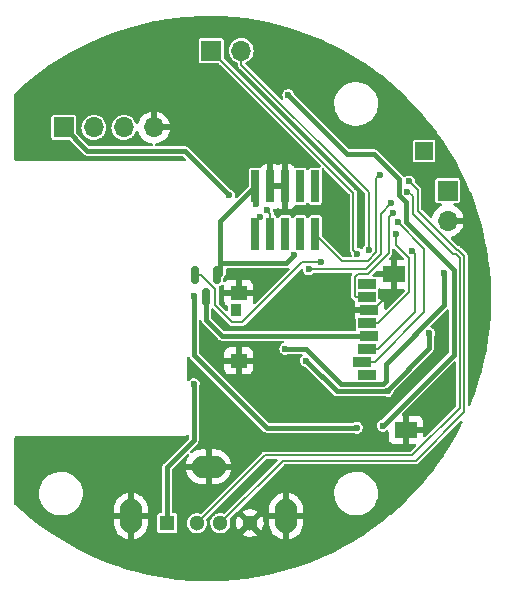
<source format=gbr>
%TF.GenerationSoftware,KiCad,Pcbnew,(6.0.0)*%
%TF.CreationDate,2022-05-03T19:57:31-07:00*%
%TF.ProjectId,well-depth-battery,77656c6c-2d64-4657-9074-682d62617474,1*%
%TF.SameCoordinates,Original*%
%TF.FileFunction,Copper,L2,Bot*%
%TF.FilePolarity,Positive*%
%FSLAX46Y46*%
G04 Gerber Fmt 4.6, Leading zero omitted, Abs format (unit mm)*
G04 Created by KiCad (PCBNEW (6.0.0)) date 2022-05-03 19:57:31*
%MOMM*%
%LPD*%
G01*
G04 APERTURE LIST*
G04 Aperture macros list*
%AMRoundRect*
0 Rectangle with rounded corners*
0 $1 Rounding radius*
0 $2 $3 $4 $5 $6 $7 $8 $9 X,Y pos of 4 corners*
0 Add a 4 corners polygon primitive as box body*
4,1,4,$2,$3,$4,$5,$6,$7,$8,$9,$2,$3,0*
0 Add four circle primitives for the rounded corners*
1,1,$1+$1,$2,$3*
1,1,$1+$1,$4,$5*
1,1,$1+$1,$6,$7*
1,1,$1+$1,$8,$9*
0 Add four rect primitives between the rounded corners*
20,1,$1+$1,$2,$3,$4,$5,0*
20,1,$1+$1,$4,$5,$6,$7,0*
20,1,$1+$1,$6,$7,$8,$9,0*
20,1,$1+$1,$8,$9,$2,$3,0*%
G04 Aperture macros list end*
%TA.AperFunction,ComponentPad*%
%ADD10R,1.700000X1.700000*%
%TD*%
%TA.AperFunction,ComponentPad*%
%ADD11O,1.700000X1.700000*%
%TD*%
%TA.AperFunction,ComponentPad*%
%ADD12R,1.300000X1.300000*%
%TD*%
%TA.AperFunction,ComponentPad*%
%ADD13C,1.300000*%
%TD*%
%TA.AperFunction,ComponentPad*%
%ADD14O,1.900000X2.900000*%
%TD*%
%TA.AperFunction,ComponentPad*%
%ADD15O,2.900000X1.900000*%
%TD*%
%TA.AperFunction,ComponentPad*%
%ADD16R,1.500000X1.500000*%
%TD*%
%TA.AperFunction,SMDPad,CuDef*%
%ADD17R,1.498600X0.812800*%
%TD*%
%TA.AperFunction,SMDPad,CuDef*%
%ADD18R,0.939800X0.990600*%
%TD*%
%TA.AperFunction,SMDPad,CuDef*%
%ADD19R,1.905000X1.397000*%
%TD*%
%TA.AperFunction,SMDPad,CuDef*%
%ADD20R,1.397000X1.295400*%
%TD*%
%TA.AperFunction,SMDPad,CuDef*%
%ADD21R,0.650000X2.770000*%
%TD*%
%TA.AperFunction,SMDPad,CuDef*%
%ADD22RoundRect,0.150000X-0.150000X0.587500X-0.150000X-0.587500X0.150000X-0.587500X0.150000X0.587500X0*%
%TD*%
%TA.AperFunction,ViaPad*%
%ADD23C,0.600000*%
%TD*%
%TA.AperFunction,Conductor*%
%ADD24C,0.400000*%
%TD*%
%TA.AperFunction,Conductor*%
%ADD25C,0.200000*%
%TD*%
G04 APERTURE END LIST*
D10*
%TO.P,J4,1,Pin_1*%
%TO.N,/TXD*%
X86225000Y-78000000D03*
D11*
%TO.P,J4,2,Pin_2*%
%TO.N,/RXD*%
X88765000Y-78000000D03*
%TD*%
D12*
%TO.P,J5,1,VBUS*%
%TO.N,Net-(C16-Pad2)*%
X82500000Y-118000000D03*
D13*
%TO.P,J5,2,D-*%
%TO.N,/USB_D-*%
X85000000Y-118000000D03*
%TO.P,J5,3,D+*%
%TO.N,/USB_D+*%
X87000000Y-118000000D03*
%TO.P,J5,4,GND*%
%TO.N,GND*%
X89500000Y-118000000D03*
D14*
%TO.P,J5,5,Shield*%
X92570000Y-117400000D03*
X79430000Y-117400000D03*
D15*
X86000000Y-113220000D03*
%TD*%
D10*
%TO.P,J2,1,Pin_1*%
%TO.N,VDD*%
X73750000Y-84500000D03*
D11*
%TO.P,J2,2,Pin_2*%
%TO.N,Net-(J2-Pad2)*%
X76290000Y-84500000D03*
%TO.P,J2,3,Pin_3*%
%TO.N,Net-(J2-Pad3)*%
X78830000Y-84500000D03*
%TO.P,J2,4,Pin_4*%
%TO.N,GND*%
X81370000Y-84500000D03*
%TD*%
D16*
%TO.P,TP1,1,1*%
%TO.N,/VOUT*%
X104250000Y-86500000D03*
%TD*%
D10*
%TO.P,J1,1,Pin_1*%
%TO.N,+9V*%
X106250000Y-89855000D03*
D11*
%TO.P,J1,2,Pin_2*%
%TO.N,GND*%
X106250000Y-92395000D03*
%TD*%
D17*
%TO.P,J3,1,DAT2*%
%TO.N,unconnected-(J3-Pad1)*%
X99415400Y-105440001D03*
%TO.P,J3,2,DAT3/CD*%
%TO.N,/~{CS}*%
X99015401Y-104340001D03*
%TO.P,J3,3,CMD*%
%TO.N,/SDO*%
X99415400Y-103240001D03*
%TO.P,J3,4,VDD*%
%TO.N,Net-(J3-Pad4)*%
X99615400Y-102140000D03*
%TO.P,J3,5,CLK*%
%TO.N,/SCK*%
X99415400Y-101040000D03*
%TO.P,J3,6,VSS*%
%TO.N,GND*%
X99615400Y-99940000D03*
%TO.P,J3,7,DAT0*%
%TO.N,/SDI*%
X99415400Y-98840116D03*
%TO.P,J3,8,DAT1*%
%TO.N,unconnected-(J3-Pad8)*%
X99415400Y-97740116D03*
D18*
%TO.P,J3,9,DET*%
%TO.N,unconnected-(J3-Pad9)*%
X88330401Y-99939936D03*
D19*
%TO.P,J3,10,SHIELD*%
%TO.N,GND*%
X102705402Y-110099999D03*
D20*
X88555400Y-104250000D03*
X88555400Y-98550000D03*
D19*
X101705401Y-96950001D03*
%TD*%
D21*
%TO.P,J6,1,Pin_1*%
%TO.N,+3V3*%
X89960000Y-89485000D03*
%TO.P,J6,2,Pin_2*%
%TO.N,/SWDIO*%
X89960000Y-93515000D03*
%TO.P,J6,3,Pin_3*%
%TO.N,GND*%
X91230000Y-89485000D03*
%TO.P,J6,4,Pin_4*%
%TO.N,/SWCLK*%
X91230000Y-93515000D03*
%TO.P,J6,5,Pin_5*%
%TO.N,GND*%
X92500000Y-89485000D03*
%TO.P,J6,6,Pin_6*%
%TO.N,unconnected-(J6-Pad6)*%
X92500000Y-93515000D03*
%TO.P,J6,7,Pin_7*%
%TO.N,unconnected-(J6-Pad7)*%
X93770000Y-89485000D03*
%TO.P,J6,8,Pin_8*%
%TO.N,unconnected-(J6-Pad8)*%
X93770000Y-93515000D03*
%TO.P,J6,9,Pin_9*%
%TO.N,unconnected-(J6-Pad9)*%
X95040000Y-89485000D03*
%TO.P,J6,10,Pin_10*%
%TO.N,/~{SRST}*%
X95040000Y-93515000D03*
%TD*%
D22*
%TO.P,Q3,1,G*%
%TO.N,/SD_POW_~{EN}*%
X84850000Y-97000000D03*
%TO.P,Q3,2,S*%
%TO.N,+3V3*%
X86750000Y-97000000D03*
%TO.P,Q3,3,D*%
%TO.N,Net-(J3-Pad4)*%
X85800000Y-98875000D03*
%TD*%
D23*
%TO.N,+9V*%
X105955000Y-96845000D03*
%TO.N,GND*%
X88555400Y-98550000D03*
%TO.N,/~{CS}*%
X102000000Y-92500000D03*
%TO.N,GND*%
X94000000Y-98500000D03*
X94000000Y-101250000D03*
%TO.N,/USB_D-*%
X102821879Y-89961617D03*
%TO.N,/USB_D+*%
X103000000Y-89075000D03*
%TO.N,+9V*%
X92500000Y-103250000D03*
%TO.N,+3V3*%
X93201891Y-95336349D03*
%TO.N,VDD*%
X87750000Y-90250000D03*
X94250000Y-104250000D03*
%TO.N,Net-(C16-Pad2)*%
X84750000Y-106250000D03*
%TO.N,GND*%
X71000000Y-85000000D03*
X94297261Y-87643281D03*
X92250000Y-91630498D03*
X99229372Y-107549011D03*
X93250000Y-105750000D03*
%TO.N,Net-(C1-Pad2)*%
X84750000Y-98750000D03*
X98550500Y-109930110D03*
%TO.N,Net-(C2-Pad2)*%
X92750000Y-81750000D03*
X100750000Y-109750000D03*
%TO.N,VDD*%
X101157688Y-106818411D03*
X104680000Y-101930000D03*
%TO.N,+3V3*%
X90000000Y-91000000D03*
X87000000Y-96750000D03*
%TO.N,/VOUT*%
X101484952Y-90923835D03*
X94500000Y-96500000D03*
%TO.N,/SWCLK*%
X90921329Y-91509410D03*
%TO.N,/SWDIO*%
X90347833Y-92108910D03*
%TO.N,/TXD*%
X98600000Y-95200000D03*
%TO.N,/RXD*%
X99555217Y-94872352D03*
%TO.N,/SDI*%
X101640950Y-91707970D03*
%TO.N,/SCK*%
X101853872Y-93500000D03*
%TO.N,/SDO*%
X103250000Y-95000000D03*
%TO.N,/~{SRST}*%
X100500000Y-88500000D03*
%TO.N,/SD_POW_~{EN}*%
X95500000Y-95900500D03*
%TD*%
D24*
%TO.N,+9V*%
X94250000Y-103250000D02*
X92500000Y-103250000D01*
X101000000Y-106000000D02*
X100750000Y-106250000D01*
X100750000Y-106250000D02*
X97250000Y-106250000D01*
X105955000Y-99545000D02*
X101000000Y-104500000D01*
X101000000Y-104500000D02*
X101000000Y-106000000D01*
X97250000Y-106250000D02*
X94250000Y-103250000D01*
X105955000Y-96845000D02*
X105955000Y-99545000D01*
D25*
%TO.N,/~{SRST}*%
X100199501Y-88800499D02*
X100500000Y-88500000D01*
X100199501Y-95075892D02*
X100199501Y-88800499D01*
X99475892Y-95799501D02*
X100199501Y-95075892D01*
X97324501Y-95799501D02*
X99475892Y-95799501D01*
%TO.N,/TXD*%
X98250000Y-94850000D02*
X98600000Y-95200000D01*
X98250000Y-90025000D02*
X98250000Y-94850000D01*
X86225000Y-78000000D02*
X98250000Y-90025000D01*
%TO.N,/~{SRST}*%
X95040000Y-93515000D02*
X97324501Y-95799501D01*
%TO.N,/RXD*%
X99555218Y-89992299D02*
X99555217Y-94872352D01*
X88765000Y-79202081D02*
X99555218Y-89992299D01*
X88765000Y-78000000D02*
X88765000Y-79202081D01*
%TO.N,/VOUT*%
X100599011Y-95241376D02*
X100599011Y-91809776D01*
X99340387Y-96500000D02*
X100599011Y-95241376D01*
X94500000Y-96500000D02*
X99340387Y-96500000D01*
%TO.N,/SDI*%
X101250000Y-92098920D02*
X101640950Y-91707970D01*
X101250000Y-95155380D02*
X101250000Y-92098920D01*
X98665483Y-96899511D02*
X99505869Y-96899511D01*
X98366589Y-97198405D02*
X98665483Y-96899511D01*
X98366589Y-98740605D02*
X98366589Y-97198405D01*
X98466100Y-98840116D02*
X98366589Y-98740605D01*
X99415400Y-98840116D02*
X98466100Y-98840116D01*
X99505869Y-96899511D02*
X101250000Y-95155380D01*
%TO.N,/VOUT*%
X100599011Y-91809776D02*
X101484952Y-90923835D01*
%TO.N,/SD_POW_~{EN}*%
X93934059Y-95900500D02*
X95500000Y-95900500D01*
X86550480Y-99549520D02*
X86549520Y-99549520D01*
X84850000Y-97000000D02*
X85376783Y-97000000D01*
X86549520Y-99549520D02*
X88000000Y-101000000D01*
X88000000Y-101000000D02*
X88834559Y-101000000D01*
X85376783Y-97000000D02*
X86550480Y-98173697D01*
X86550480Y-98173697D02*
X86550480Y-99549520D01*
X88834559Y-101000000D02*
X93934059Y-95900500D01*
D24*
%TO.N,Net-(J3-Pad4)*%
X85800000Y-100800000D02*
X85800000Y-98875000D01*
D25*
%TO.N,+3V3*%
X87000000Y-96750000D02*
X86750000Y-97000000D01*
D24*
%TO.N,Net-(J3-Pad4)*%
X87140000Y-102140000D02*
X99615400Y-102140000D01*
X85800000Y-100800000D02*
X87140000Y-102140000D01*
D25*
%TO.N,/~{CS}*%
X100062175Y-104340001D02*
X99015401Y-104340001D01*
X104250000Y-100152176D02*
X100062175Y-104340001D01*
X104250000Y-94750000D02*
X104250000Y-100152176D01*
X102000000Y-92500000D02*
X104250000Y-94750000D01*
D24*
%TO.N,Net-(C2-Pad2)*%
X97750000Y-86750000D02*
X92750000Y-81750000D01*
X100000000Y-86750000D02*
X97750000Y-86750000D01*
X102122378Y-90251361D02*
X102122378Y-88872378D01*
X102699480Y-90828463D02*
X102122378Y-90251361D01*
X102122378Y-88872378D02*
X100000000Y-86750000D01*
X106750000Y-96543584D02*
X102699501Y-92493085D01*
X106750000Y-103750000D02*
X106750000Y-96543584D01*
X100750000Y-109750000D02*
X106750000Y-103750000D01*
X102699480Y-92210235D02*
X102699480Y-90828463D01*
X102699501Y-92493085D02*
X102699501Y-92210256D01*
X102699501Y-92210256D02*
X102699480Y-92210235D01*
D25*
%TO.N,/USB_D+*%
X103725000Y-89800000D02*
X103000000Y-89075000D01*
X107025979Y-94850979D02*
X103725000Y-91550000D01*
X107649021Y-95377612D02*
X107122386Y-94850978D01*
X107649021Y-108600979D02*
X107649021Y-95377612D01*
X103525000Y-112725000D02*
X107649021Y-108600979D01*
X87000000Y-118000000D02*
X92275000Y-112725000D01*
X92275000Y-112725000D02*
X103525000Y-112725000D01*
X107122386Y-94850978D02*
X107025979Y-94850979D01*
X103725000Y-91550000D02*
X103725000Y-89800000D01*
%TO.N,/USB_D-*%
X102893417Y-89961617D02*
X102821879Y-89961617D01*
X103275000Y-90343200D02*
X102893417Y-89961617D01*
X106706904Y-95250489D02*
X103275000Y-91818585D01*
X106956904Y-95250489D02*
X106706904Y-95250489D01*
X103275000Y-91818585D02*
X103275000Y-90343200D01*
X103250000Y-112250000D02*
X107249511Y-108250489D01*
X107249511Y-95543096D02*
X106956904Y-95250489D01*
X90750000Y-112250000D02*
X103250000Y-112250000D01*
X85000000Y-118000000D02*
X90750000Y-112250000D01*
X107249511Y-108250489D02*
X107249511Y-95543096D01*
%TO.N,/SCK*%
X101853872Y-94451696D02*
X101853872Y-93500000D01*
X102957412Y-98447288D02*
X102957412Y-95555236D01*
X100364700Y-101040000D02*
X102957412Y-98447288D01*
X99415400Y-101040000D02*
X100364700Y-101040000D01*
X102957412Y-95555236D02*
X101853872Y-94451696D01*
%TO.N,/SDO*%
X103500000Y-95250000D02*
X103250000Y-95000000D01*
X100364700Y-103240001D02*
X103500000Y-100104701D01*
X103500000Y-100104701D02*
X103500000Y-95250000D01*
X99415400Y-103240001D02*
X100364700Y-103240001D01*
D24*
%TO.N,GND*%
X99129861Y-107449500D02*
X99229372Y-107549011D01*
X93250000Y-105750000D02*
X94949500Y-107449500D01*
%TO.N,VDD*%
X101126589Y-106849510D02*
X101157688Y-106818411D01*
X96849510Y-106849510D02*
X101126589Y-106849510D01*
X94250000Y-104250000D02*
X96849510Y-106849510D01*
%TO.N,GND*%
X94949500Y-107449500D02*
X99129861Y-107449500D01*
%TO.N,VDD*%
X101157688Y-106690148D02*
X101157688Y-106818411D01*
X104680000Y-103167836D02*
X101157688Y-106690148D01*
X104680000Y-101930000D02*
X104680000Y-103167836D01*
%TO.N,+3V3*%
X92538240Y-96000000D02*
X87000000Y-96000000D01*
X87000000Y-96000000D02*
X87000000Y-96750000D01*
X87000000Y-92445000D02*
X87000000Y-96000000D01*
X93201891Y-95336349D02*
X92538240Y-96000000D01*
D25*
%TO.N,/SWCLK*%
X91230000Y-91818081D02*
X90921329Y-91509410D01*
X91230000Y-93515000D02*
X91230000Y-91818081D01*
%TO.N,/SWDIO*%
X89960000Y-92496743D02*
X90347833Y-92108910D01*
X89960000Y-93515000D02*
X89960000Y-92496743D01*
D24*
%TO.N,VDD*%
X84000000Y-86500000D02*
X87750000Y-90250000D01*
X75750000Y-86500000D02*
X84000000Y-86500000D01*
X73750000Y-84500000D02*
X75750000Y-86500000D01*
%TO.N,Net-(C1-Pad2)*%
X84750000Y-103750000D02*
X84750000Y-98750000D01*
X90930110Y-109930110D02*
X84750000Y-103750000D01*
X98550500Y-109930110D02*
X90930110Y-109930110D01*
%TO.N,Net-(C16-Pad2)*%
X84750000Y-111000000D02*
X84750000Y-106250000D01*
X82500000Y-113250000D02*
X84750000Y-111000000D01*
X82500000Y-118000000D02*
X82500000Y-113250000D01*
%TO.N,GND*%
X92500000Y-91380498D02*
X92250000Y-91630498D01*
X92500000Y-89485000D02*
X92500000Y-91380498D01*
D25*
X99958300Y-99940000D02*
X101705401Y-98192899D01*
X101705401Y-98192899D02*
X101705401Y-96950001D01*
X99615400Y-99940000D02*
X99958300Y-99940000D01*
D24*
%TO.N,+3V3*%
X86900000Y-97000000D02*
X87000000Y-96900000D01*
X89960000Y-89485000D02*
X87000000Y-92445000D01*
X90000000Y-91000000D02*
X90000000Y-89525000D01*
X90000000Y-89525000D02*
X89960000Y-89485000D01*
X87000000Y-96900000D02*
X87000000Y-96750000D01*
%TD*%
%TA.AperFunction,Conductor*%
%TO.N,GND*%
G36*
X106267532Y-99903026D02*
G01*
X106324368Y-99945573D01*
X106349179Y-100012093D01*
X106349500Y-100021082D01*
X106349500Y-103531918D01*
X106329498Y-103600039D01*
X106312595Y-103621013D01*
X100708940Y-109224667D01*
X100654471Y-109256721D01*
X100543529Y-109288428D01*
X100422280Y-109364930D01*
X100327377Y-109472388D01*
X100266447Y-109602163D01*
X100244391Y-109743823D01*
X100245555Y-109752725D01*
X100245555Y-109752728D01*
X100250193Y-109788192D01*
X100262980Y-109885979D01*
X100320720Y-110017203D01*
X100326497Y-110024076D01*
X100326498Y-110024077D01*
X100383529Y-110091924D01*
X100412970Y-110126948D01*
X100532313Y-110206390D01*
X100669157Y-110249142D01*
X100678129Y-110249306D01*
X100678132Y-110249307D01*
X100743463Y-110250504D01*
X100812499Y-110251770D01*
X100821533Y-110249307D01*
X100942158Y-110216421D01*
X100942160Y-110216420D01*
X100950817Y-110214060D01*
X101052973Y-110151336D01*
X101121491Y-110132738D01*
X101189186Y-110154135D01*
X101234567Y-110208735D01*
X101244902Y-110258711D01*
X101244903Y-110843168D01*
X101245273Y-110849989D01*
X101250797Y-110900851D01*
X101254423Y-110916103D01*
X101299578Y-111036553D01*
X101308116Y-111052148D01*
X101384617Y-111154223D01*
X101397178Y-111166784D01*
X101499253Y-111243285D01*
X101514848Y-111251823D01*
X101635296Y-111296977D01*
X101650551Y-111300604D01*
X101701416Y-111306130D01*
X101708230Y-111306499D01*
X102433287Y-111306499D01*
X102448526Y-111302024D01*
X102449731Y-111300634D01*
X102451402Y-111292951D01*
X102451402Y-109827884D01*
X102959402Y-109827884D01*
X102963877Y-109843123D01*
X102965267Y-109844328D01*
X102972950Y-109845999D01*
X104147786Y-109845999D01*
X104163025Y-109841524D01*
X104164230Y-109840134D01*
X104165901Y-109832451D01*
X104165901Y-109356830D01*
X104165531Y-109350009D01*
X104160007Y-109299147D01*
X104156381Y-109283895D01*
X104111226Y-109163445D01*
X104102688Y-109147850D01*
X104026187Y-109045775D01*
X104013626Y-109033214D01*
X103911551Y-108956713D01*
X103895956Y-108948175D01*
X103775508Y-108903021D01*
X103760253Y-108899394D01*
X103709388Y-108893868D01*
X103702574Y-108893499D01*
X102977517Y-108893499D01*
X102962278Y-108897974D01*
X102961073Y-108899364D01*
X102959402Y-108907047D01*
X102959402Y-109827884D01*
X102451402Y-109827884D01*
X102451402Y-108911615D01*
X102446927Y-108896376D01*
X102445355Y-108895014D01*
X102383399Y-108861183D01*
X102349374Y-108798870D01*
X102354440Y-108728055D01*
X102383400Y-108682993D01*
X106733916Y-104332476D01*
X106796228Y-104298450D01*
X106867043Y-104303515D01*
X106923879Y-104346062D01*
X106948690Y-104412582D01*
X106949011Y-104421571D01*
X106949011Y-108073827D01*
X106929009Y-108141948D01*
X106912106Y-108162922D01*
X105042275Y-110032754D01*
X104380997Y-110694032D01*
X104318685Y-110728057D01*
X104247870Y-110722993D01*
X104191034Y-110680446D01*
X104166223Y-110613926D01*
X104165902Y-110604937D01*
X104165902Y-110372114D01*
X104161427Y-110356875D01*
X104160037Y-110355670D01*
X104152354Y-110353999D01*
X102977517Y-110353999D01*
X102962278Y-110358474D01*
X102961073Y-110359864D01*
X102959402Y-110367547D01*
X102959402Y-111288383D01*
X102963877Y-111303622D01*
X102965267Y-111304827D01*
X102972950Y-111306498D01*
X103464341Y-111306498D01*
X103532462Y-111326500D01*
X103578955Y-111380156D01*
X103589059Y-111450430D01*
X103559565Y-111515010D01*
X103553436Y-111521593D01*
X103162434Y-111912595D01*
X103100122Y-111946621D01*
X103073339Y-111949500D01*
X90802366Y-111949500D01*
X90799693Y-111949304D01*
X90794658Y-111947575D01*
X90783036Y-111948011D01*
X90783034Y-111948011D01*
X90745745Y-111949411D01*
X90741019Y-111949500D01*
X90722052Y-111949500D01*
X90717317Y-111950382D01*
X90713791Y-111950610D01*
X90710051Y-111950751D01*
X90682792Y-111951774D01*
X90672107Y-111956364D01*
X90667507Y-111957401D01*
X90655786Y-111960962D01*
X90651383Y-111962661D01*
X90639947Y-111964791D01*
X90618961Y-111977727D01*
X90602589Y-111986231D01*
X90588112Y-111992451D01*
X90588108Y-111992453D01*
X90579937Y-111995964D01*
X90575051Y-111999978D01*
X90572866Y-112002163D01*
X90570603Y-112004215D01*
X90570458Y-112004055D01*
X90561451Y-112011175D01*
X90554556Y-112017427D01*
X90544652Y-112023532D01*
X90528084Y-112045320D01*
X90516890Y-112058139D01*
X85411363Y-117163666D01*
X85349051Y-117197692D01*
X85278236Y-117192627D01*
X85271014Y-117189675D01*
X85270303Y-117189358D01*
X85270300Y-117189357D01*
X85264267Y-117186671D01*
X85226554Y-117178655D01*
X85095848Y-117150872D01*
X85095844Y-117150872D01*
X85089391Y-117149500D01*
X84910609Y-117149500D01*
X84904156Y-117150872D01*
X84904152Y-117150872D01*
X84843963Y-117163666D01*
X84735733Y-117186671D01*
X84729703Y-117189356D01*
X84729702Y-117189356D01*
X84578438Y-117256703D01*
X84578436Y-117256704D01*
X84572408Y-117259388D01*
X84567067Y-117263268D01*
X84567066Y-117263269D01*
X84535221Y-117286406D01*
X84427770Y-117364474D01*
X84423357Y-117369376D01*
X84423355Y-117369377D01*
X84312560Y-117492427D01*
X84308141Y-117497335D01*
X84304838Y-117503056D01*
X84253952Y-117591194D01*
X84218750Y-117652165D01*
X84163503Y-117822197D01*
X84144815Y-118000000D01*
X84145505Y-118006565D01*
X84159946Y-118143956D01*
X84163503Y-118177803D01*
X84165543Y-118184080D01*
X84165543Y-118184082D01*
X84192087Y-118265774D01*
X84218750Y-118347835D01*
X84308141Y-118502665D01*
X84312559Y-118507572D01*
X84312560Y-118507573D01*
X84411942Y-118617947D01*
X84427770Y-118635526D01*
X84572407Y-118740612D01*
X84578435Y-118743296D01*
X84578437Y-118743297D01*
X84709036Y-118801443D01*
X84735733Y-118813329D01*
X84823171Y-118831915D01*
X84904152Y-118849128D01*
X84904156Y-118849128D01*
X84910609Y-118850500D01*
X85089391Y-118850500D01*
X85095844Y-118849128D01*
X85095848Y-118849128D01*
X85176829Y-118831915D01*
X85264267Y-118813329D01*
X85290964Y-118801443D01*
X85421563Y-118743297D01*
X85421565Y-118743296D01*
X85427593Y-118740612D01*
X85572230Y-118635526D01*
X85588059Y-118617947D01*
X85687440Y-118507573D01*
X85687441Y-118507572D01*
X85691859Y-118502665D01*
X85781250Y-118347835D01*
X85807913Y-118265774D01*
X85834457Y-118184082D01*
X85834457Y-118184080D01*
X85836497Y-118177803D01*
X85840055Y-118143956D01*
X85854495Y-118006565D01*
X85855185Y-118000000D01*
X85836497Y-117822197D01*
X85803039Y-117719224D01*
X85801011Y-117648258D01*
X85833777Y-117591194D01*
X90837566Y-112587405D01*
X90899878Y-112553379D01*
X90926661Y-112550500D01*
X91720338Y-112550500D01*
X91788459Y-112570502D01*
X91834952Y-112624158D01*
X91845056Y-112694432D01*
X91815562Y-112759012D01*
X91809433Y-112765595D01*
X87411363Y-117163666D01*
X87349051Y-117197692D01*
X87278236Y-117192627D01*
X87271014Y-117189675D01*
X87270303Y-117189358D01*
X87270300Y-117189357D01*
X87264267Y-117186671D01*
X87226554Y-117178655D01*
X87095848Y-117150872D01*
X87095844Y-117150872D01*
X87089391Y-117149500D01*
X86910609Y-117149500D01*
X86904156Y-117150872D01*
X86904152Y-117150872D01*
X86843963Y-117163666D01*
X86735733Y-117186671D01*
X86729703Y-117189356D01*
X86729702Y-117189356D01*
X86578438Y-117256703D01*
X86578436Y-117256704D01*
X86572408Y-117259388D01*
X86567067Y-117263268D01*
X86567066Y-117263269D01*
X86535221Y-117286406D01*
X86427770Y-117364474D01*
X86423357Y-117369376D01*
X86423355Y-117369377D01*
X86312560Y-117492427D01*
X86308141Y-117497335D01*
X86304838Y-117503056D01*
X86253952Y-117591194D01*
X86218750Y-117652165D01*
X86163503Y-117822197D01*
X86144815Y-118000000D01*
X86145505Y-118006565D01*
X86159946Y-118143956D01*
X86163503Y-118177803D01*
X86165543Y-118184080D01*
X86165543Y-118184082D01*
X86192087Y-118265774D01*
X86218750Y-118347835D01*
X86308141Y-118502665D01*
X86312559Y-118507572D01*
X86312560Y-118507573D01*
X86411942Y-118617947D01*
X86427770Y-118635526D01*
X86572407Y-118740612D01*
X86578435Y-118743296D01*
X86578437Y-118743297D01*
X86709036Y-118801443D01*
X86735733Y-118813329D01*
X86823171Y-118831915D01*
X86904152Y-118849128D01*
X86904156Y-118849128D01*
X86910609Y-118850500D01*
X87089391Y-118850500D01*
X87095844Y-118849128D01*
X87095848Y-118849128D01*
X87176829Y-118831915D01*
X87264267Y-118813329D01*
X87290964Y-118801443D01*
X87421563Y-118743297D01*
X87421565Y-118743296D01*
X87427593Y-118740612D01*
X87572230Y-118635526D01*
X87588059Y-118617947D01*
X87687440Y-118507573D01*
X87687441Y-118507572D01*
X87691859Y-118502665D01*
X87781250Y-118347835D01*
X87807913Y-118265774D01*
X87834457Y-118184082D01*
X87834457Y-118184080D01*
X87836497Y-118177803D01*
X87840055Y-118143956D01*
X87854495Y-118006565D01*
X87855185Y-118000000D01*
X87852591Y-117975323D01*
X88337816Y-117975323D01*
X88350979Y-118176159D01*
X88352779Y-118187527D01*
X88402323Y-118382604D01*
X88406164Y-118393451D01*
X88490429Y-118576238D01*
X88496178Y-118586195D01*
X88509912Y-118605628D01*
X88520501Y-118614016D01*
X88533802Y-118606988D01*
X89127978Y-118012812D01*
X89134356Y-118001132D01*
X89864408Y-118001132D01*
X89864539Y-118002965D01*
X89868790Y-118009580D01*
X90466971Y-118607761D01*
X90479351Y-118614521D01*
X90485931Y-118609595D01*
X90559595Y-118478060D01*
X90564276Y-118467547D01*
X90628972Y-118276957D01*
X90631657Y-118265774D01*
X90660834Y-118064539D01*
X90661464Y-118057157D01*
X90662864Y-118003704D01*
X90662621Y-117996305D01*
X90659119Y-117958190D01*
X91112000Y-117958190D01*
X91112212Y-117963363D01*
X91126224Y-118133794D01*
X91127907Y-118143956D01*
X91183796Y-118366461D01*
X91187117Y-118376216D01*
X91278591Y-118586590D01*
X91283469Y-118595688D01*
X91408075Y-118788301D01*
X91414359Y-118796461D01*
X91568763Y-118966149D01*
X91576293Y-118973170D01*
X91756332Y-119115356D01*
X91764919Y-119121061D01*
X91965750Y-119231926D01*
X91975162Y-119236156D01*
X92191416Y-119312736D01*
X92201366Y-119315365D01*
X92298164Y-119332607D01*
X92311460Y-119331148D01*
X92315540Y-119318067D01*
X92824000Y-119318067D01*
X92827918Y-119331411D01*
X92842194Y-119333398D01*
X92903933Y-119323950D01*
X92913961Y-119321561D01*
X93132016Y-119250290D01*
X93141525Y-119246293D01*
X93345007Y-119140367D01*
X93353732Y-119134873D01*
X93537187Y-118997131D01*
X93544894Y-118990288D01*
X93703391Y-118824431D01*
X93709874Y-118816425D01*
X93839155Y-118626906D01*
X93844244Y-118617947D01*
X93940837Y-118409855D01*
X93944394Y-118400187D01*
X94005701Y-118179121D01*
X94007632Y-118169001D01*
X94027644Y-117981748D01*
X94028000Y-117975056D01*
X94028000Y-117672115D01*
X94023525Y-117656876D01*
X94022135Y-117655671D01*
X94014452Y-117654000D01*
X92842115Y-117654000D01*
X92826876Y-117658475D01*
X92825671Y-117659865D01*
X92824000Y-117667548D01*
X92824000Y-119318067D01*
X92315540Y-119318067D01*
X92316000Y-119316592D01*
X92316000Y-117672115D01*
X92311525Y-117656876D01*
X92310135Y-117655671D01*
X92302452Y-117654000D01*
X91130115Y-117654000D01*
X91114876Y-117658475D01*
X91113671Y-117659865D01*
X91112000Y-117667548D01*
X91112000Y-117958190D01*
X90659119Y-117958190D01*
X90644016Y-117793824D01*
X90641918Y-117782503D01*
X90587287Y-117588797D01*
X90583163Y-117578050D01*
X90494141Y-117397534D01*
X90490617Y-117391784D01*
X90480595Y-117384262D01*
X90468176Y-117391034D01*
X89872022Y-117987188D01*
X89864408Y-118001132D01*
X89134356Y-118001132D01*
X89135592Y-117998868D01*
X89135461Y-117997035D01*
X89131210Y-117990420D01*
X88531520Y-117390730D01*
X88519140Y-117383970D01*
X88513174Y-117388436D01*
X88428257Y-117549836D01*
X88423848Y-117560479D01*
X88364167Y-117752684D01*
X88361773Y-117763946D01*
X88338117Y-117963821D01*
X88337816Y-117975323D01*
X87852591Y-117975323D01*
X87836497Y-117822197D01*
X87803039Y-117719224D01*
X87801011Y-117648258D01*
X87833777Y-117591194D01*
X88402775Y-117022196D01*
X88886307Y-117022196D01*
X88889793Y-117030583D01*
X89487188Y-117627978D01*
X89501132Y-117635592D01*
X89502965Y-117635461D01*
X89509580Y-117631210D01*
X90012905Y-117127885D01*
X91112000Y-117127885D01*
X91116475Y-117143124D01*
X91117865Y-117144329D01*
X91125548Y-117146000D01*
X92297885Y-117146000D01*
X92313124Y-117141525D01*
X92314329Y-117140135D01*
X92316000Y-117132452D01*
X92316000Y-117127885D01*
X92824000Y-117127885D01*
X92828475Y-117143124D01*
X92829865Y-117144329D01*
X92837548Y-117146000D01*
X94009885Y-117146000D01*
X94025124Y-117141525D01*
X94026329Y-117140135D01*
X94028000Y-117132452D01*
X94028000Y-116841810D01*
X94027788Y-116836637D01*
X94013776Y-116666206D01*
X94012093Y-116656044D01*
X93956204Y-116433539D01*
X93952883Y-116423784D01*
X93861409Y-116213410D01*
X93856531Y-116204312D01*
X93731925Y-116011699D01*
X93725641Y-116003539D01*
X93571237Y-115833851D01*
X93563707Y-115826830D01*
X93383668Y-115684644D01*
X93375081Y-115678939D01*
X93174250Y-115568074D01*
X93164838Y-115563844D01*
X93103421Y-115542095D01*
X96645028Y-115542095D01*
X96670534Y-115809431D01*
X96671619Y-115813865D01*
X96671620Y-115813871D01*
X96733279Y-116065851D01*
X96734364Y-116070285D01*
X96736076Y-116074511D01*
X96736077Y-116074515D01*
X96792336Y-116213410D01*
X96835182Y-116319192D01*
X96970875Y-116550938D01*
X97054930Y-116656044D01*
X97085225Y-116693925D01*
X97138601Y-116760669D01*
X97334846Y-116943991D01*
X97360307Y-116961654D01*
X97551746Y-117094461D01*
X97551751Y-117094464D01*
X97555499Y-117097064D01*
X97559584Y-117099096D01*
X97559587Y-117099098D01*
X97648084Y-117143124D01*
X97795938Y-117216680D01*
X97800272Y-117218101D01*
X97800275Y-117218102D01*
X98046793Y-117298915D01*
X98046798Y-117298916D01*
X98051126Y-117300335D01*
X98055617Y-117301115D01*
X98055618Y-117301115D01*
X98311936Y-117345620D01*
X98311944Y-117345621D01*
X98315717Y-117346276D01*
X98319554Y-117346467D01*
X98398996Y-117350422D01*
X98399004Y-117350422D01*
X98400567Y-117350500D01*
X98568223Y-117350500D01*
X98570491Y-117350335D01*
X98570503Y-117350335D01*
X98700823Y-117340879D01*
X98767846Y-117336016D01*
X98772301Y-117335032D01*
X98772304Y-117335032D01*
X99025620Y-117279105D01*
X99025624Y-117279104D01*
X99030080Y-117278120D01*
X99155645Y-117230548D01*
X99276941Y-117184593D01*
X99276944Y-117184592D01*
X99281211Y-117182975D01*
X99515976Y-117052574D01*
X99598831Y-116989341D01*
X99725833Y-116892417D01*
X99725837Y-116892413D01*
X99729458Y-116889650D01*
X99781282Y-116836637D01*
X99913999Y-116700873D01*
X99917185Y-116697614D01*
X100023948Y-116550938D01*
X100072538Y-116484183D01*
X100072540Y-116484180D01*
X100075225Y-116480491D01*
X100135316Y-116366276D01*
X100198140Y-116246868D01*
X100198143Y-116246862D01*
X100200265Y-116242828D01*
X100213867Y-116204312D01*
X100288165Y-115993916D01*
X100288165Y-115993915D01*
X100289688Y-115989603D01*
X100320387Y-115833851D01*
X100340739Y-115730594D01*
X100340740Y-115730588D01*
X100341620Y-115726122D01*
X100343969Y-115678939D01*
X100354745Y-115462474D01*
X100354745Y-115462468D01*
X100354972Y-115457905D01*
X100329466Y-115190569D01*
X100265636Y-114929715D01*
X100164818Y-114680808D01*
X100029125Y-114449062D01*
X99918211Y-114310371D01*
X99864251Y-114242897D01*
X99864250Y-114242895D01*
X99861399Y-114239331D01*
X99665154Y-114056009D01*
X99505436Y-113945208D01*
X99448254Y-113905539D01*
X99448249Y-113905536D01*
X99444501Y-113902936D01*
X99440416Y-113900904D01*
X99440413Y-113900902D01*
X99267416Y-113814838D01*
X99204062Y-113783320D01*
X99199728Y-113781899D01*
X99199725Y-113781898D01*
X98953207Y-113701085D01*
X98953202Y-113701084D01*
X98948874Y-113699665D01*
X98944382Y-113698885D01*
X98688064Y-113654380D01*
X98688056Y-113654379D01*
X98684283Y-113653724D01*
X98675622Y-113653293D01*
X98601004Y-113649578D01*
X98600996Y-113649578D01*
X98599433Y-113649500D01*
X98431777Y-113649500D01*
X98429509Y-113649665D01*
X98429497Y-113649665D01*
X98299177Y-113659121D01*
X98232154Y-113663984D01*
X98227699Y-113664968D01*
X98227696Y-113664968D01*
X97974380Y-113720895D01*
X97974376Y-113720896D01*
X97969920Y-113721880D01*
X97844354Y-113769453D01*
X97723059Y-113815407D01*
X97723056Y-113815408D01*
X97718789Y-113817025D01*
X97484024Y-113947426D01*
X97480392Y-113950198D01*
X97274167Y-114107583D01*
X97274163Y-114107587D01*
X97270542Y-114110350D01*
X97082815Y-114302386D01*
X96924775Y-114519509D01*
X96885376Y-114594394D01*
X96801860Y-114753132D01*
X96801857Y-114753138D01*
X96799735Y-114757172D01*
X96798215Y-114761477D01*
X96798213Y-114761481D01*
X96738804Y-114929715D01*
X96710312Y-115010397D01*
X96658380Y-115273878D01*
X96658153Y-115278431D01*
X96658153Y-115278434D01*
X96647758Y-115487264D01*
X96645028Y-115542095D01*
X93103421Y-115542095D01*
X92948584Y-115487264D01*
X92938634Y-115484635D01*
X92841836Y-115467393D01*
X92828540Y-115468852D01*
X92824000Y-115483408D01*
X92824000Y-117127885D01*
X92316000Y-117127885D01*
X92316000Y-115481933D01*
X92312082Y-115468589D01*
X92297806Y-115466602D01*
X92236067Y-115476050D01*
X92226039Y-115478439D01*
X92007984Y-115549710D01*
X91998475Y-115553707D01*
X91794993Y-115659633D01*
X91786268Y-115665127D01*
X91602813Y-115802869D01*
X91595106Y-115809712D01*
X91436609Y-115975569D01*
X91430126Y-115983575D01*
X91300845Y-116173094D01*
X91295756Y-116182053D01*
X91199163Y-116390145D01*
X91195606Y-116399813D01*
X91134299Y-116620879D01*
X91132368Y-116630999D01*
X91112356Y-116818252D01*
X91112000Y-116824944D01*
X91112000Y-117127885D01*
X90012905Y-117127885D01*
X90106533Y-117034257D01*
X90113293Y-117021877D01*
X90107263Y-117013822D01*
X90032857Y-116966875D01*
X90022609Y-116961654D01*
X89835663Y-116887070D01*
X89824635Y-116883803D01*
X89627230Y-116844537D01*
X89615784Y-116843334D01*
X89414537Y-116840700D01*
X89403057Y-116841603D01*
X89204701Y-116875687D01*
X89193581Y-116878667D01*
X89004748Y-116948331D01*
X88994370Y-116953281D01*
X88895906Y-117011861D01*
X88886307Y-117022196D01*
X88402775Y-117022196D01*
X92362566Y-113062405D01*
X92424878Y-113028379D01*
X92451661Y-113025500D01*
X103472634Y-113025500D01*
X103475307Y-113025696D01*
X103480342Y-113027425D01*
X103491964Y-113026989D01*
X103491966Y-113026989D01*
X103529255Y-113025589D01*
X103533981Y-113025500D01*
X103552948Y-113025500D01*
X103557683Y-113024618D01*
X103561209Y-113024390D01*
X103564949Y-113024249D01*
X103592208Y-113023226D01*
X103602893Y-113018636D01*
X103607493Y-113017599D01*
X103619214Y-113014038D01*
X103623617Y-113012339D01*
X103635053Y-113010209D01*
X103656041Y-112997272D01*
X103672411Y-112988769D01*
X103686888Y-112982549D01*
X103686892Y-112982547D01*
X103695063Y-112979036D01*
X103699949Y-112975022D01*
X103702134Y-112972837D01*
X103704397Y-112970785D01*
X103704542Y-112970945D01*
X103713549Y-112963825D01*
X103720444Y-112957573D01*
X103730348Y-112951468D01*
X103746916Y-112929680D01*
X103758110Y-112916861D01*
X107298196Y-109376776D01*
X107360508Y-109342750D01*
X107431324Y-109347815D01*
X107488159Y-109390362D01*
X107512970Y-109456882D01*
X107500961Y-109520231D01*
X107386560Y-109759451D01*
X107384263Y-109764015D01*
X106932787Y-110617360D01*
X106930307Y-110621826D01*
X106444600Y-111456182D01*
X106441940Y-111460545D01*
X105922811Y-112274514D01*
X105919977Y-112278765D01*
X105585548Y-112759012D01*
X105374275Y-113062405D01*
X105368276Y-113071019D01*
X105365278Y-113075144D01*
X105059353Y-113478540D01*
X104781894Y-113844401D01*
X104778725Y-113848408D01*
X104250551Y-114489155D01*
X104164655Y-114593358D01*
X104161329Y-114597230D01*
X103697298Y-115115809D01*
X103517547Y-115316690D01*
X103514063Y-115320428D01*
X102841652Y-116013187D01*
X102838020Y-116016780D01*
X102138062Y-116681723D01*
X102134314Y-116685141D01*
X101540118Y-117205448D01*
X101407978Y-117321156D01*
X101404067Y-117324443D01*
X100652559Y-117930476D01*
X100648517Y-117933602D01*
X99873039Y-118508684D01*
X99868903Y-118511624D01*
X99462342Y-118788301D01*
X99070741Y-119054797D01*
X99066460Y-119057585D01*
X98763442Y-119246293D01*
X98246952Y-119567943D01*
X98242588Y-119570540D01*
X97897015Y-119766769D01*
X97403039Y-120047267D01*
X97398546Y-120049699D01*
X96984652Y-120263016D01*
X96540369Y-120491995D01*
X96535803Y-120494232D01*
X96132172Y-120681956D01*
X95660418Y-120901363D01*
X95655743Y-120903423D01*
X94764575Y-121274730D01*
X94759820Y-121276599D01*
X93854336Y-121611469D01*
X93849509Y-121613144D01*
X92931189Y-121911032D01*
X92926298Y-121912510D01*
X91996642Y-122172926D01*
X91991695Y-122174204D01*
X91052253Y-122396715D01*
X91047259Y-122397791D01*
X90099581Y-122582032D01*
X90094546Y-122582905D01*
X89140187Y-122728571D01*
X89135122Y-122729240D01*
X88175602Y-122836101D01*
X88170514Y-122836563D01*
X87207490Y-122904433D01*
X87202387Y-122904689D01*
X86237371Y-122933462D01*
X86232299Y-122933511D01*
X85704674Y-122927841D01*
X85266888Y-122923137D01*
X85261781Y-122922978D01*
X84297645Y-122873476D01*
X84292549Y-122873111D01*
X83763640Y-122824395D01*
X83331152Y-122784559D01*
X83326115Y-122783991D01*
X82369108Y-122656535D01*
X82364095Y-122655764D01*
X81413052Y-122489617D01*
X81408038Y-122488636D01*
X80464517Y-122284070D01*
X80459547Y-122282886D01*
X80038736Y-122173614D01*
X79525107Y-122040240D01*
X79520231Y-122038868D01*
X78596376Y-121758531D01*
X78591519Y-121756949D01*
X77679804Y-121439395D01*
X77675014Y-121437617D01*
X76776924Y-121083361D01*
X76772210Y-121081390D01*
X75889233Y-120691022D01*
X75884603Y-120688862D01*
X75018173Y-120263016D01*
X75013634Y-120260670D01*
X74165159Y-119800035D01*
X74160719Y-119797506D01*
X73331654Y-119302875D01*
X73327321Y-119300169D01*
X72518971Y-118772321D01*
X72514750Y-118769442D01*
X71728425Y-118209227D01*
X71724368Y-118206210D01*
X71404522Y-117958190D01*
X77972000Y-117958190D01*
X77972212Y-117963363D01*
X77986224Y-118133794D01*
X77987907Y-118143956D01*
X78043796Y-118366461D01*
X78047117Y-118376216D01*
X78138591Y-118586590D01*
X78143469Y-118595688D01*
X78268075Y-118788301D01*
X78274359Y-118796461D01*
X78428763Y-118966149D01*
X78436293Y-118973170D01*
X78616332Y-119115356D01*
X78624919Y-119121061D01*
X78825750Y-119231926D01*
X78835162Y-119236156D01*
X79051416Y-119312736D01*
X79061366Y-119315365D01*
X79158164Y-119332607D01*
X79171460Y-119331148D01*
X79175540Y-119318067D01*
X79684000Y-119318067D01*
X79687918Y-119331411D01*
X79702194Y-119333398D01*
X79763933Y-119323950D01*
X79773961Y-119321561D01*
X79992016Y-119250290D01*
X80001525Y-119246293D01*
X80205007Y-119140367D01*
X80213732Y-119134873D01*
X80397187Y-118997131D01*
X80404894Y-118990288D01*
X80417264Y-118977344D01*
X88887016Y-118977344D01*
X88896898Y-118989834D01*
X88940279Y-119018820D01*
X88950389Y-119024310D01*
X89135318Y-119103762D01*
X89146261Y-119107317D01*
X89342567Y-119151737D01*
X89353975Y-119153239D01*
X89555096Y-119161140D01*
X89566580Y-119160538D01*
X89765774Y-119131657D01*
X89776957Y-119128972D01*
X89967547Y-119064276D01*
X89978060Y-119059595D01*
X90104766Y-118988635D01*
X90114631Y-118978557D01*
X90111675Y-118970885D01*
X89512812Y-118372022D01*
X89498868Y-118364408D01*
X89497035Y-118364539D01*
X89490420Y-118368790D01*
X88893212Y-118965998D01*
X88887016Y-118977344D01*
X80417264Y-118977344D01*
X80563391Y-118824431D01*
X80569874Y-118816425D01*
X80699155Y-118626906D01*
X80704244Y-118617947D01*
X80800837Y-118409855D01*
X80804394Y-118400187D01*
X80865701Y-118179121D01*
X80867632Y-118169001D01*
X80887644Y-117981748D01*
X80888000Y-117975056D01*
X80888000Y-117672115D01*
X80883525Y-117656876D01*
X80882135Y-117655671D01*
X80874452Y-117654000D01*
X79702115Y-117654000D01*
X79686876Y-117658475D01*
X79685671Y-117659865D01*
X79684000Y-117667548D01*
X79684000Y-119318067D01*
X79175540Y-119318067D01*
X79176000Y-119316592D01*
X79176000Y-117672115D01*
X79171525Y-117656876D01*
X79170135Y-117655671D01*
X79162452Y-117654000D01*
X77990115Y-117654000D01*
X77974876Y-117658475D01*
X77973671Y-117659865D01*
X77972000Y-117667548D01*
X77972000Y-117958190D01*
X71404522Y-117958190D01*
X71004834Y-117648258D01*
X70961442Y-117614610D01*
X70957468Y-117611398D01*
X70219140Y-116989341D01*
X70215301Y-116985971D01*
X69603976Y-116427006D01*
X69567200Y-116366276D01*
X69563000Y-116334017D01*
X69563000Y-115542095D01*
X71645028Y-115542095D01*
X71670534Y-115809431D01*
X71671619Y-115813865D01*
X71671620Y-115813871D01*
X71733279Y-116065851D01*
X71734364Y-116070285D01*
X71736076Y-116074511D01*
X71736077Y-116074515D01*
X71792336Y-116213410D01*
X71835182Y-116319192D01*
X71970875Y-116550938D01*
X72054930Y-116656044D01*
X72085225Y-116693925D01*
X72138601Y-116760669D01*
X72334846Y-116943991D01*
X72360307Y-116961654D01*
X72551746Y-117094461D01*
X72551751Y-117094464D01*
X72555499Y-117097064D01*
X72559584Y-117099096D01*
X72559587Y-117099098D01*
X72648084Y-117143124D01*
X72795938Y-117216680D01*
X72800272Y-117218101D01*
X72800275Y-117218102D01*
X73046793Y-117298915D01*
X73046798Y-117298916D01*
X73051126Y-117300335D01*
X73055617Y-117301115D01*
X73055618Y-117301115D01*
X73311936Y-117345620D01*
X73311944Y-117345621D01*
X73315717Y-117346276D01*
X73319554Y-117346467D01*
X73398996Y-117350422D01*
X73399004Y-117350422D01*
X73400567Y-117350500D01*
X73568223Y-117350500D01*
X73570491Y-117350335D01*
X73570503Y-117350335D01*
X73700823Y-117340879D01*
X73767846Y-117336016D01*
X73772301Y-117335032D01*
X73772304Y-117335032D01*
X74025620Y-117279105D01*
X74025624Y-117279104D01*
X74030080Y-117278120D01*
X74155645Y-117230548D01*
X74276941Y-117184593D01*
X74276944Y-117184592D01*
X74281211Y-117182975D01*
X74380391Y-117127885D01*
X77972000Y-117127885D01*
X77976475Y-117143124D01*
X77977865Y-117144329D01*
X77985548Y-117146000D01*
X79157885Y-117146000D01*
X79173124Y-117141525D01*
X79174329Y-117140135D01*
X79176000Y-117132452D01*
X79176000Y-117127885D01*
X79684000Y-117127885D01*
X79688475Y-117143124D01*
X79689865Y-117144329D01*
X79697548Y-117146000D01*
X80869885Y-117146000D01*
X80885124Y-117141525D01*
X80886329Y-117140135D01*
X80888000Y-117132452D01*
X80888000Y-116841810D01*
X80887788Y-116836637D01*
X80873776Y-116666206D01*
X80872093Y-116656044D01*
X80816204Y-116433539D01*
X80812883Y-116423784D01*
X80721409Y-116213410D01*
X80716531Y-116204312D01*
X80591925Y-116011699D01*
X80585641Y-116003539D01*
X80431237Y-115833851D01*
X80423707Y-115826830D01*
X80243668Y-115684644D01*
X80235081Y-115678939D01*
X80034250Y-115568074D01*
X80024838Y-115563844D01*
X79808584Y-115487264D01*
X79798634Y-115484635D01*
X79701836Y-115467393D01*
X79688540Y-115468852D01*
X79684000Y-115483408D01*
X79684000Y-117127885D01*
X79176000Y-117127885D01*
X79176000Y-115481933D01*
X79172082Y-115468589D01*
X79157806Y-115466602D01*
X79096067Y-115476050D01*
X79086039Y-115478439D01*
X78867984Y-115549710D01*
X78858475Y-115553707D01*
X78654993Y-115659633D01*
X78646268Y-115665127D01*
X78462813Y-115802869D01*
X78455106Y-115809712D01*
X78296609Y-115975569D01*
X78290126Y-115983575D01*
X78160845Y-116173094D01*
X78155756Y-116182053D01*
X78059163Y-116390145D01*
X78055606Y-116399813D01*
X77994299Y-116620879D01*
X77992368Y-116630999D01*
X77972356Y-116818252D01*
X77972000Y-116824944D01*
X77972000Y-117127885D01*
X74380391Y-117127885D01*
X74515976Y-117052574D01*
X74598831Y-116989341D01*
X74725833Y-116892417D01*
X74725837Y-116892413D01*
X74729458Y-116889650D01*
X74781282Y-116836637D01*
X74913999Y-116700873D01*
X74917185Y-116697614D01*
X75023948Y-116550938D01*
X75072538Y-116484183D01*
X75072540Y-116484180D01*
X75075225Y-116480491D01*
X75135316Y-116366276D01*
X75198140Y-116246868D01*
X75198143Y-116246862D01*
X75200265Y-116242828D01*
X75213867Y-116204312D01*
X75288165Y-115993916D01*
X75288165Y-115993915D01*
X75289688Y-115989603D01*
X75320387Y-115833851D01*
X75340739Y-115730594D01*
X75340740Y-115730588D01*
X75341620Y-115726122D01*
X75343969Y-115678939D01*
X75354745Y-115462474D01*
X75354745Y-115462468D01*
X75354972Y-115457905D01*
X75329466Y-115190569D01*
X75265636Y-114929715D01*
X75164818Y-114680808D01*
X75029125Y-114449062D01*
X74918211Y-114310371D01*
X74864251Y-114242897D01*
X74864250Y-114242895D01*
X74861399Y-114239331D01*
X74665154Y-114056009D01*
X74505436Y-113945208D01*
X74448254Y-113905539D01*
X74448249Y-113905536D01*
X74444501Y-113902936D01*
X74440416Y-113900904D01*
X74440413Y-113900902D01*
X74267416Y-113814838D01*
X74204062Y-113783320D01*
X74199728Y-113781899D01*
X74199725Y-113781898D01*
X73953207Y-113701085D01*
X73953202Y-113701084D01*
X73948874Y-113699665D01*
X73944382Y-113698885D01*
X73688064Y-113654380D01*
X73688056Y-113654379D01*
X73684283Y-113653724D01*
X73675622Y-113653293D01*
X73601004Y-113649578D01*
X73600996Y-113649578D01*
X73599433Y-113649500D01*
X73431777Y-113649500D01*
X73429509Y-113649665D01*
X73429497Y-113649665D01*
X73299177Y-113659121D01*
X73232154Y-113663984D01*
X73227699Y-113664968D01*
X73227696Y-113664968D01*
X72974380Y-113720895D01*
X72974376Y-113720896D01*
X72969920Y-113721880D01*
X72844354Y-113769453D01*
X72723059Y-113815407D01*
X72723056Y-113815408D01*
X72718789Y-113817025D01*
X72484024Y-113947426D01*
X72480392Y-113950198D01*
X72274167Y-114107583D01*
X72274163Y-114107587D01*
X72270542Y-114110350D01*
X72082815Y-114302386D01*
X71924775Y-114519509D01*
X71885376Y-114594394D01*
X71801860Y-114753132D01*
X71801857Y-114753138D01*
X71799735Y-114757172D01*
X71798215Y-114761477D01*
X71798213Y-114761481D01*
X71738804Y-114929715D01*
X71710312Y-115010397D01*
X71658380Y-115273878D01*
X71658153Y-115278431D01*
X71658153Y-115278434D01*
X71647758Y-115487264D01*
X71645028Y-115542095D01*
X69563000Y-115542095D01*
X69563000Y-110756000D01*
X69583002Y-110687879D01*
X69636658Y-110641386D01*
X69689000Y-110630000D01*
X83962123Y-110630000D01*
X83999258Y-110630033D01*
X83999260Y-110630033D01*
X84013449Y-110630045D01*
X84026242Y-110623902D01*
X84031210Y-110622773D01*
X84038535Y-110620215D01*
X84043125Y-110618006D01*
X84056962Y-110614850D01*
X84068061Y-110606006D01*
X84072985Y-110603636D01*
X84078647Y-110600084D01*
X84082916Y-110596688D01*
X84095705Y-110590547D01*
X84104568Y-110579464D01*
X84108554Y-110576293D01*
X84114044Y-110570813D01*
X84117225Y-110566828D01*
X84128323Y-110557985D01*
X84130685Y-110553087D01*
X84183161Y-110516295D01*
X84254100Y-110513435D01*
X84315323Y-110549382D01*
X84347394Y-110612722D01*
X84349500Y-110635663D01*
X84349500Y-110781917D01*
X84329498Y-110850038D01*
X84312595Y-110871012D01*
X82194516Y-112989091D01*
X82194513Y-112989095D01*
X82171950Y-113011658D01*
X82167446Y-113020498D01*
X82161965Y-113031255D01*
X82151639Y-113048107D01*
X82138704Y-113065910D01*
X82131907Y-113086830D01*
X82124341Y-113105094D01*
X82118856Y-113115859D01*
X82118855Y-113115863D01*
X82114354Y-113124696D01*
X82112803Y-113134487D01*
X82112803Y-113134488D01*
X82110913Y-113146422D01*
X82106297Y-113165647D01*
X82102565Y-113177132D01*
X82102564Y-113177136D01*
X82099500Y-113186567D01*
X82099500Y-117023500D01*
X82079498Y-117091621D01*
X82025842Y-117138114D01*
X81973500Y-117149500D01*
X81830252Y-117149500D01*
X81824184Y-117150707D01*
X81783939Y-117158712D01*
X81783938Y-117158712D01*
X81771769Y-117161133D01*
X81705448Y-117205448D01*
X81661133Y-117271769D01*
X81658712Y-117283938D01*
X81658712Y-117283939D01*
X81655733Y-117298915D01*
X81649500Y-117330252D01*
X81649500Y-118669748D01*
X81661133Y-118728231D01*
X81705448Y-118794552D01*
X81771769Y-118838867D01*
X81783938Y-118841288D01*
X81783939Y-118841288D01*
X81823354Y-118849128D01*
X81830252Y-118850500D01*
X83169748Y-118850500D01*
X83176646Y-118849128D01*
X83216061Y-118841288D01*
X83216062Y-118841288D01*
X83228231Y-118838867D01*
X83294552Y-118794552D01*
X83338867Y-118728231D01*
X83350500Y-118669748D01*
X83350500Y-117330252D01*
X83344267Y-117298915D01*
X83341288Y-117283939D01*
X83341288Y-117283938D01*
X83338867Y-117271769D01*
X83294552Y-117205448D01*
X83228231Y-117161133D01*
X83216062Y-117158712D01*
X83216061Y-117158712D01*
X83175816Y-117150707D01*
X83169748Y-117149500D01*
X83026500Y-117149500D01*
X82958379Y-117129498D01*
X82911886Y-117075842D01*
X82900500Y-117023500D01*
X82900500Y-113492194D01*
X84066602Y-113492194D01*
X84076050Y-113553933D01*
X84078439Y-113563961D01*
X84149710Y-113782016D01*
X84153707Y-113791525D01*
X84259633Y-113995007D01*
X84265127Y-114003732D01*
X84402869Y-114187187D01*
X84409712Y-114194894D01*
X84575569Y-114353391D01*
X84583575Y-114359874D01*
X84773094Y-114489155D01*
X84782053Y-114494244D01*
X84990145Y-114590837D01*
X84999813Y-114594394D01*
X85220879Y-114655701D01*
X85230999Y-114657632D01*
X85418252Y-114677644D01*
X85424944Y-114678000D01*
X85727885Y-114678000D01*
X85743124Y-114673525D01*
X85744329Y-114672135D01*
X85746000Y-114664452D01*
X85746000Y-114659885D01*
X86254000Y-114659885D01*
X86258475Y-114675124D01*
X86259865Y-114676329D01*
X86267548Y-114678000D01*
X86558190Y-114678000D01*
X86563363Y-114677788D01*
X86733794Y-114663776D01*
X86743956Y-114662093D01*
X86966461Y-114606204D01*
X86976216Y-114602883D01*
X87186590Y-114511409D01*
X87195688Y-114506531D01*
X87388301Y-114381925D01*
X87396461Y-114375641D01*
X87566149Y-114221237D01*
X87573170Y-114213707D01*
X87715356Y-114033668D01*
X87721061Y-114025081D01*
X87831926Y-113824250D01*
X87836156Y-113814838D01*
X87912736Y-113598584D01*
X87915365Y-113588634D01*
X87932607Y-113491836D01*
X87931148Y-113478540D01*
X87916592Y-113474000D01*
X86272115Y-113474000D01*
X86256876Y-113478475D01*
X86255671Y-113479865D01*
X86254000Y-113487548D01*
X86254000Y-114659885D01*
X85746000Y-114659885D01*
X85746000Y-113492115D01*
X85741525Y-113476876D01*
X85740135Y-113475671D01*
X85732452Y-113474000D01*
X84081933Y-113474000D01*
X84068589Y-113477918D01*
X84066602Y-113492194D01*
X82900500Y-113492194D01*
X82900500Y-113468083D01*
X82920502Y-113399962D01*
X82937405Y-113378988D01*
X84169608Y-112146785D01*
X84231920Y-112112759D01*
X84302735Y-112117824D01*
X84359571Y-112160371D01*
X84384382Y-112226891D01*
X84369291Y-112296265D01*
X84357585Y-112313972D01*
X84284644Y-112406332D01*
X84278939Y-112414919D01*
X84168074Y-112615750D01*
X84163844Y-112625162D01*
X84087264Y-112841416D01*
X84084635Y-112851366D01*
X84067393Y-112948164D01*
X84068852Y-112961460D01*
X84083408Y-112966000D01*
X85727885Y-112966000D01*
X85743124Y-112961525D01*
X85744329Y-112960135D01*
X85746000Y-112952452D01*
X85746000Y-112947885D01*
X86254000Y-112947885D01*
X86258475Y-112963124D01*
X86259865Y-112964329D01*
X86267548Y-112966000D01*
X87918067Y-112966000D01*
X87931411Y-112962082D01*
X87933398Y-112947806D01*
X87923950Y-112886067D01*
X87921561Y-112876039D01*
X87850290Y-112657984D01*
X87846293Y-112648475D01*
X87740367Y-112444993D01*
X87734873Y-112436268D01*
X87597131Y-112252813D01*
X87590288Y-112245106D01*
X87424431Y-112086609D01*
X87416425Y-112080126D01*
X87226906Y-111950845D01*
X87217947Y-111945756D01*
X87009855Y-111849163D01*
X87000187Y-111845606D01*
X86779121Y-111784299D01*
X86769001Y-111782368D01*
X86581748Y-111762356D01*
X86575056Y-111762000D01*
X86272115Y-111762000D01*
X86256876Y-111766475D01*
X86255671Y-111767865D01*
X86254000Y-111775548D01*
X86254000Y-112947885D01*
X85746000Y-112947885D01*
X85746000Y-111780115D01*
X85741525Y-111764876D01*
X85740135Y-111763671D01*
X85732452Y-111762000D01*
X85441810Y-111762000D01*
X85436637Y-111762212D01*
X85266206Y-111776224D01*
X85256044Y-111777907D01*
X85033539Y-111833796D01*
X85023784Y-111837117D01*
X84813410Y-111928591D01*
X84804312Y-111933469D01*
X84608982Y-112059833D01*
X84540922Y-112080040D01*
X84472741Y-112060244D01*
X84426087Y-112006728D01*
X84415771Y-111936485D01*
X84445069Y-111871816D01*
X84451447Y-111864946D01*
X85055484Y-111260909D01*
X85055487Y-111260905D01*
X85078050Y-111238342D01*
X85082552Y-111229507D01*
X85088037Y-111218743D01*
X85098366Y-111201887D01*
X85105467Y-111192113D01*
X85111297Y-111184089D01*
X85118096Y-111163164D01*
X85125660Y-111144903D01*
X85131144Y-111134140D01*
X85131144Y-111134139D01*
X85135646Y-111125304D01*
X85139087Y-111103578D01*
X85143703Y-111084352D01*
X85147435Y-111072867D01*
X85147435Y-111072865D01*
X85150500Y-111063433D01*
X85150500Y-106596724D01*
X85169946Y-106533116D01*
X85169200Y-106532754D01*
X85171522Y-106527961D01*
X85231710Y-106403733D01*
X85255496Y-106262354D01*
X85255647Y-106250000D01*
X85247473Y-106192924D01*
X85236596Y-106116968D01*
X85236595Y-106116965D01*
X85235323Y-106108082D01*
X85175984Y-105977572D01*
X85143949Y-105940394D01*
X85088260Y-105875763D01*
X85088257Y-105875760D01*
X85082400Y-105868963D01*
X84962095Y-105790985D01*
X84824739Y-105749907D01*
X84815763Y-105749852D01*
X84815762Y-105749852D01*
X84755555Y-105749484D01*
X84681376Y-105749031D01*
X84543529Y-105788428D01*
X84422280Y-105864930D01*
X84416338Y-105871658D01*
X84388442Y-105903245D01*
X84328357Y-105941064D01*
X84257363Y-105940394D01*
X84198002Y-105901449D01*
X84169119Y-105836593D01*
X84168000Y-105819838D01*
X84168000Y-104018104D01*
X84188002Y-103949983D01*
X84241658Y-103903490D01*
X84311932Y-103893386D01*
X84376512Y-103922880D01*
X84395933Y-103944039D01*
X84401640Y-103951894D01*
X84411965Y-103968745D01*
X84421950Y-103988342D01*
X84444513Y-104010905D01*
X84444516Y-104010909D01*
X90602060Y-110168452D01*
X90691768Y-110258160D01*
X90700602Y-110262661D01*
X90700603Y-110262662D01*
X90711369Y-110268148D01*
X90728226Y-110278478D01*
X90746020Y-110291406D01*
X90766942Y-110298204D01*
X90785203Y-110305768D01*
X90795971Y-110311255D01*
X90795975Y-110311256D01*
X90804806Y-110315756D01*
X90814595Y-110317307D01*
X90814603Y-110317309D01*
X90826537Y-110319199D01*
X90845757Y-110323813D01*
X90857243Y-110327545D01*
X90857250Y-110327546D01*
X90866677Y-110330609D01*
X90898587Y-110330609D01*
X90898591Y-110330610D01*
X98210749Y-110330610D01*
X98280568Y-110351723D01*
X98304340Y-110367547D01*
X98332813Y-110386500D01*
X98469657Y-110429252D01*
X98478629Y-110429416D01*
X98478632Y-110429417D01*
X98543963Y-110430614D01*
X98612999Y-110431880D01*
X98622033Y-110429417D01*
X98742658Y-110396531D01*
X98742660Y-110396530D01*
X98751317Y-110394170D01*
X98873491Y-110319155D01*
X98895836Y-110294469D01*
X98963678Y-110219517D01*
X98969700Y-110212864D01*
X99032210Y-110083843D01*
X99055996Y-109942464D01*
X99056147Y-109930110D01*
X99043262Y-109840134D01*
X99037096Y-109797078D01*
X99037095Y-109797075D01*
X99035823Y-109788192D01*
X99024831Y-109764015D01*
X98980200Y-109665856D01*
X98976484Y-109657682D01*
X98921643Y-109594036D01*
X98888760Y-109555873D01*
X98888757Y-109555870D01*
X98882900Y-109549073D01*
X98762595Y-109471095D01*
X98625239Y-109430017D01*
X98616263Y-109429962D01*
X98616262Y-109429962D01*
X98556055Y-109429594D01*
X98481876Y-109429141D01*
X98344029Y-109468538D01*
X98278937Y-109509608D01*
X98278043Y-109510172D01*
X98210808Y-109529610D01*
X91148192Y-109529610D01*
X91080071Y-109509608D01*
X91059097Y-109492705D01*
X86508762Y-104942369D01*
X87348901Y-104942369D01*
X87349271Y-104949190D01*
X87354795Y-105000052D01*
X87358421Y-105015304D01*
X87403576Y-105135754D01*
X87412114Y-105151349D01*
X87488615Y-105253424D01*
X87501176Y-105265985D01*
X87603251Y-105342486D01*
X87618846Y-105351024D01*
X87739294Y-105396178D01*
X87754549Y-105399805D01*
X87805414Y-105405331D01*
X87812228Y-105405700D01*
X88283285Y-105405700D01*
X88298524Y-105401225D01*
X88299729Y-105399835D01*
X88301400Y-105392152D01*
X88301400Y-105387584D01*
X88809400Y-105387584D01*
X88813875Y-105402823D01*
X88815265Y-105404028D01*
X88822948Y-105405699D01*
X89298569Y-105405699D01*
X89305390Y-105405329D01*
X89356252Y-105399805D01*
X89371504Y-105396179D01*
X89491954Y-105351024D01*
X89507549Y-105342486D01*
X89609624Y-105265985D01*
X89622185Y-105253424D01*
X89698686Y-105151349D01*
X89707224Y-105135754D01*
X89752378Y-105015306D01*
X89756005Y-105000051D01*
X89761531Y-104949186D01*
X89761900Y-104942372D01*
X89761900Y-104522115D01*
X89757425Y-104506876D01*
X89756035Y-104505671D01*
X89748352Y-104504000D01*
X88827515Y-104504000D01*
X88812276Y-104508475D01*
X88811071Y-104509865D01*
X88809400Y-104517548D01*
X88809400Y-105387584D01*
X88301400Y-105387584D01*
X88301400Y-104522115D01*
X88296925Y-104506876D01*
X88295535Y-104505671D01*
X88287852Y-104504000D01*
X87367016Y-104504000D01*
X87351777Y-104508475D01*
X87350572Y-104509865D01*
X87348901Y-104517548D01*
X87348901Y-104942369D01*
X86508762Y-104942369D01*
X85544278Y-103977885D01*
X87348900Y-103977885D01*
X87353375Y-103993124D01*
X87354765Y-103994329D01*
X87362448Y-103996000D01*
X88283285Y-103996000D01*
X88298524Y-103991525D01*
X88299729Y-103990135D01*
X88301400Y-103982452D01*
X88301400Y-103977885D01*
X88809400Y-103977885D01*
X88813875Y-103993124D01*
X88815265Y-103994329D01*
X88822948Y-103996000D01*
X89743784Y-103996000D01*
X89759023Y-103991525D01*
X89760228Y-103990135D01*
X89761899Y-103982452D01*
X89761899Y-103557631D01*
X89761529Y-103550810D01*
X89756005Y-103499948D01*
X89752379Y-103484696D01*
X89707224Y-103364246D01*
X89698686Y-103348651D01*
X89622185Y-103246576D01*
X89609624Y-103234015D01*
X89507549Y-103157514D01*
X89491954Y-103148976D01*
X89371506Y-103103822D01*
X89356251Y-103100195D01*
X89305386Y-103094669D01*
X89298572Y-103094300D01*
X88827515Y-103094300D01*
X88812276Y-103098775D01*
X88811071Y-103100165D01*
X88809400Y-103107848D01*
X88809400Y-103977885D01*
X88301400Y-103977885D01*
X88301400Y-103112416D01*
X88296925Y-103097177D01*
X88295535Y-103095972D01*
X88287852Y-103094301D01*
X87812231Y-103094301D01*
X87805410Y-103094671D01*
X87754548Y-103100195D01*
X87739296Y-103103821D01*
X87618846Y-103148976D01*
X87603251Y-103157514D01*
X87501176Y-103234015D01*
X87488615Y-103246576D01*
X87412114Y-103348651D01*
X87403576Y-103364246D01*
X87358422Y-103484694D01*
X87354795Y-103499949D01*
X87349269Y-103550814D01*
X87348900Y-103557628D01*
X87348900Y-103977885D01*
X85544278Y-103977885D01*
X85187405Y-103621012D01*
X85153379Y-103558700D01*
X85150500Y-103531917D01*
X85150500Y-100882374D01*
X85170502Y-100814253D01*
X85224158Y-100767760D01*
X85294432Y-100757656D01*
X85359012Y-100787150D01*
X85397396Y-100846876D01*
X85399500Y-100856225D01*
X85399500Y-100863433D01*
X85402565Y-100872865D01*
X85402565Y-100872867D01*
X85406297Y-100884353D01*
X85410913Y-100903578D01*
X85414354Y-100925304D01*
X85418855Y-100934137D01*
X85418856Y-100934141D01*
X85424341Y-100944906D01*
X85431905Y-100963166D01*
X85438704Y-100984090D01*
X85451639Y-101001893D01*
X85461965Y-101018745D01*
X85471950Y-101038342D01*
X85494513Y-101060905D01*
X85494516Y-101060909D01*
X86811950Y-102378342D01*
X86901658Y-102468050D01*
X86910492Y-102472551D01*
X86910493Y-102472552D01*
X86921259Y-102478038D01*
X86938116Y-102488368D01*
X86947885Y-102495466D01*
X86947888Y-102495467D01*
X86955910Y-102501296D01*
X86976834Y-102508095D01*
X86995094Y-102515659D01*
X87005859Y-102521144D01*
X87005863Y-102521145D01*
X87014696Y-102525646D01*
X87024487Y-102527197D01*
X87024488Y-102527197D01*
X87036422Y-102529087D01*
X87055647Y-102533703D01*
X87067132Y-102537435D01*
X87067136Y-102537436D01*
X87076567Y-102540500D01*
X92261630Y-102540500D01*
X92329751Y-102560502D01*
X92376244Y-102614158D01*
X92386348Y-102684432D01*
X92356854Y-102749012D01*
X92309087Y-102779466D01*
X92310353Y-102782296D01*
X92302159Y-102785962D01*
X92293529Y-102788428D01*
X92172280Y-102864930D01*
X92166338Y-102871658D01*
X92166337Y-102871659D01*
X92153989Y-102885641D01*
X92077377Y-102972388D01*
X92016447Y-103102163D01*
X92015066Y-103111035D01*
X91996346Y-103231269D01*
X91994391Y-103243823D01*
X91995555Y-103252725D01*
X91995555Y-103252728D01*
X91997998Y-103271409D01*
X92012980Y-103385979D01*
X92016597Y-103394199D01*
X92056417Y-103484696D01*
X92070720Y-103517203D01*
X92076497Y-103524076D01*
X92076498Y-103524077D01*
X92104703Y-103557631D01*
X92162970Y-103626948D01*
X92282313Y-103706390D01*
X92419157Y-103749142D01*
X92428129Y-103749306D01*
X92428132Y-103749307D01*
X92493463Y-103750504D01*
X92562499Y-103751770D01*
X92571533Y-103749307D01*
X92692155Y-103716422D01*
X92692158Y-103716421D01*
X92700817Y-103714060D01*
X92708467Y-103709363D01*
X92708469Y-103709362D01*
X92774001Y-103669125D01*
X92839929Y-103650500D01*
X93833740Y-103650500D01*
X93901861Y-103670502D01*
X93948354Y-103724158D01*
X93958458Y-103794432D01*
X93928964Y-103859012D01*
X93924244Y-103863691D01*
X93922280Y-103864930D01*
X93827377Y-103972388D01*
X93766447Y-104102163D01*
X93744391Y-104243823D01*
X93762980Y-104385979D01*
X93766597Y-104394199D01*
X93816880Y-104508475D01*
X93820720Y-104517203D01*
X93826497Y-104524076D01*
X93826498Y-104524077D01*
X93888258Y-104597550D01*
X93912970Y-104626948D01*
X94032313Y-104706390D01*
X94040885Y-104709068D01*
X94040887Y-104709069D01*
X94107456Y-104729866D01*
X94159329Y-104746072D01*
X94210850Y-104777243D01*
X96521460Y-107087852D01*
X96611168Y-107177560D01*
X96620002Y-107182061D01*
X96620003Y-107182062D01*
X96630769Y-107187548D01*
X96647626Y-107197878D01*
X96665420Y-107210806D01*
X96686342Y-107217604D01*
X96704603Y-107225168D01*
X96715371Y-107230655D01*
X96715375Y-107230656D01*
X96724206Y-107235156D01*
X96733995Y-107236707D01*
X96734003Y-107236709D01*
X96745937Y-107238599D01*
X96765157Y-107243213D01*
X96776643Y-107246945D01*
X96776650Y-107246946D01*
X96786077Y-107250009D01*
X96817987Y-107250009D01*
X96817991Y-107250010D01*
X100864657Y-107250010D01*
X100923540Y-107267817D01*
X100924425Y-107265961D01*
X100932524Y-107269824D01*
X100940001Y-107274801D01*
X101076845Y-107317553D01*
X101085817Y-107317717D01*
X101085820Y-107317718D01*
X101151151Y-107318915D01*
X101220187Y-107320181D01*
X101229221Y-107317718D01*
X101349846Y-107284832D01*
X101349848Y-107284831D01*
X101358505Y-107282471D01*
X101480679Y-107207456D01*
X101489349Y-107197878D01*
X101570866Y-107107818D01*
X101576888Y-107101165D01*
X101639398Y-106972144D01*
X101663184Y-106830765D01*
X101663335Y-106818411D01*
X101662644Y-106813583D01*
X101662561Y-106812315D01*
X101678093Y-106743038D01*
X101699200Y-106715029D01*
X104985483Y-103428745D01*
X105008050Y-103406178D01*
X105014154Y-103394199D01*
X105018038Y-103386577D01*
X105028368Y-103369720D01*
X105035465Y-103359951D01*
X105041296Y-103351926D01*
X105048094Y-103331004D01*
X105055658Y-103312743D01*
X105061145Y-103301975D01*
X105061146Y-103301971D01*
X105065646Y-103293140D01*
X105067197Y-103283351D01*
X105067199Y-103283343D01*
X105069089Y-103271409D01*
X105073703Y-103252189D01*
X105077435Y-103240703D01*
X105077436Y-103240696D01*
X105080499Y-103231269D01*
X105080499Y-103199361D01*
X105080500Y-103199355D01*
X105080500Y-102276724D01*
X105099946Y-102213116D01*
X105099200Y-102212754D01*
X105101522Y-102207961D01*
X105161710Y-102083733D01*
X105185496Y-101942354D01*
X105185647Y-101930000D01*
X105165323Y-101788082D01*
X105105984Y-101657572D01*
X105055826Y-101599361D01*
X105018260Y-101555763D01*
X105018257Y-101555760D01*
X105012400Y-101548963D01*
X104892095Y-101470985D01*
X104875921Y-101466148D01*
X104866014Y-101463185D01*
X104806480Y-101424504D01*
X104777310Y-101359777D01*
X104787764Y-101289554D01*
X104813020Y-101253373D01*
X106134405Y-99931987D01*
X106196717Y-99897962D01*
X106267532Y-99903026D01*
G37*
%TD.AperFunction*%
%TA.AperFunction,Conductor*%
G36*
X86237371Y-75066538D02*
G01*
X87197933Y-75095178D01*
X87202387Y-75095311D01*
X87207490Y-75095567D01*
X88170514Y-75163437D01*
X88175602Y-75163899D01*
X89135122Y-75270760D01*
X89140187Y-75271429D01*
X90094546Y-75417095D01*
X90099581Y-75417968D01*
X91047259Y-75602209D01*
X91052253Y-75603285D01*
X91991695Y-75825796D01*
X91996642Y-75827074D01*
X92926298Y-76087490D01*
X92931189Y-76088968D01*
X93849509Y-76386856D01*
X93854336Y-76388531D01*
X94759820Y-76723401D01*
X94764575Y-76725270D01*
X95655743Y-77096577D01*
X95660418Y-77098637D01*
X95968560Y-77241950D01*
X96535803Y-77505768D01*
X96540369Y-77508005D01*
X96725945Y-77603649D01*
X97398546Y-77950301D01*
X97403039Y-77952733D01*
X97832291Y-78196478D01*
X98242588Y-78429460D01*
X98246952Y-78432057D01*
X98521627Y-78603114D01*
X99066460Y-78942415D01*
X99070741Y-78945203D01*
X99225469Y-79050500D01*
X99868903Y-79488376D01*
X99873039Y-79491316D01*
X100278813Y-79792231D01*
X100648518Y-80066398D01*
X100652559Y-80069524D01*
X101404067Y-80675557D01*
X101407978Y-80678844D01*
X102134314Y-81314859D01*
X102138062Y-81318277D01*
X102524135Y-81685037D01*
X102838020Y-81983220D01*
X102841652Y-81986813D01*
X103514063Y-82679572D01*
X103517545Y-82683308D01*
X104130416Y-83368222D01*
X104161326Y-83402766D01*
X104164651Y-83406637D01*
X104452799Y-83756200D01*
X104778725Y-84151592D01*
X104781894Y-84155599D01*
X105322730Y-84868751D01*
X105365272Y-84924848D01*
X105368270Y-84928973D01*
X105496514Y-85113134D01*
X105919977Y-85721235D01*
X105922811Y-85725486D01*
X106441940Y-86539455D01*
X106444600Y-86543818D01*
X106930307Y-87378174D01*
X106932787Y-87382640D01*
X107384263Y-88235985D01*
X107386561Y-88240549D01*
X107803083Y-89111526D01*
X107805193Y-89116179D01*
X108175006Y-89977572D01*
X108186052Y-90003302D01*
X108187969Y-90008029D01*
X108528406Y-90899016D01*
X108532559Y-90909886D01*
X108534273Y-90914660D01*
X108842030Y-91829786D01*
X108843541Y-91834599D01*
X108967915Y-92260910D01*
X109113930Y-92761400D01*
X109115262Y-92766333D01*
X109219354Y-93185666D01*
X109337456Y-93661433D01*
X109347860Y-93703347D01*
X109348986Y-93708312D01*
X109526444Y-94571485D01*
X109543403Y-94653978D01*
X109544330Y-94659002D01*
X109700244Y-95611748D01*
X109700967Y-95616806D01*
X109818129Y-96575108D01*
X109818646Y-96580191D01*
X109896862Y-97542458D01*
X109897172Y-97547558D01*
X109936311Y-98512168D01*
X109936415Y-98517276D01*
X109936415Y-99482724D01*
X109936311Y-99487832D01*
X109897172Y-100452442D01*
X109896862Y-100457542D01*
X109818646Y-101419809D01*
X109818129Y-101424892D01*
X109700967Y-102383194D01*
X109700244Y-102388252D01*
X109544330Y-103340998D01*
X109543403Y-103346022D01*
X109349315Y-104290091D01*
X109348990Y-104291670D01*
X109347864Y-104296636D01*
X109262028Y-104642426D01*
X109115262Y-105233667D01*
X109113930Y-105238600D01*
X109065288Y-105405329D01*
X108843541Y-106165401D01*
X108842030Y-106170214D01*
X108534273Y-107085340D01*
X108532566Y-107090094D01*
X108331718Y-107615753D01*
X108193222Y-107978222D01*
X108150223Y-108034717D01*
X108083507Y-108058997D01*
X108014256Y-108043353D01*
X107964456Y-107992752D01*
X107949521Y-107933250D01*
X107949521Y-95429984D01*
X107949718Y-95427307D01*
X107951447Y-95422270D01*
X107950991Y-95410109D01*
X107949610Y-95373342D01*
X107949521Y-95368615D01*
X107949521Y-95349664D01*
X107948639Y-95344931D01*
X107948411Y-95341404D01*
X107947684Y-95322032D01*
X107947683Y-95322030D01*
X107947247Y-95310404D01*
X107942653Y-95299712D01*
X107941616Y-95295109D01*
X107938059Y-95283398D01*
X107936360Y-95278995D01*
X107934230Y-95267559D01*
X107921293Y-95246571D01*
X107912790Y-95230201D01*
X107906570Y-95215724D01*
X107906568Y-95215720D01*
X107903057Y-95207549D01*
X107899043Y-95202663D01*
X107896858Y-95200478D01*
X107894806Y-95198215D01*
X107894966Y-95198070D01*
X107887846Y-95189063D01*
X107881594Y-95182167D01*
X107875489Y-95172264D01*
X107866230Y-95165224D01*
X107866229Y-95165222D01*
X107853713Y-95155705D01*
X107840885Y-95144505D01*
X107371903Y-94675524D01*
X107370148Y-94673491D01*
X107367809Y-94668706D01*
X107331906Y-94635402D01*
X107328500Y-94632121D01*
X107315109Y-94618730D01*
X107311137Y-94616006D01*
X107308493Y-94613684D01*
X107294267Y-94600487D01*
X107294265Y-94600486D01*
X107285737Y-94592575D01*
X107274930Y-94588263D01*
X107270925Y-94585732D01*
X107260144Y-94579976D01*
X107255832Y-94578065D01*
X107246240Y-94571485D01*
X107222253Y-94565793D01*
X107204662Y-94560229D01*
X107190027Y-94554391D01*
X107190023Y-94554390D01*
X107181761Y-94551094D01*
X107175872Y-94550517D01*
X107117912Y-94517941D01*
X106524428Y-93924457D01*
X106490402Y-93862145D01*
X106495467Y-93791330D01*
X106538014Y-93734494D01*
X106577315Y-93714677D01*
X106742244Y-93665195D01*
X106751842Y-93661433D01*
X106943095Y-93567739D01*
X106951945Y-93562464D01*
X107125328Y-93438792D01*
X107133200Y-93432139D01*
X107284052Y-93281812D01*
X107290730Y-93273965D01*
X107415003Y-93101020D01*
X107420313Y-93092183D01*
X107514670Y-92901267D01*
X107518469Y-92891672D01*
X107580377Y-92687910D01*
X107582555Y-92677837D01*
X107583986Y-92666962D01*
X107581775Y-92652778D01*
X107568617Y-92649000D01*
X106122000Y-92649000D01*
X106053879Y-92628998D01*
X106007386Y-92575342D01*
X105996000Y-92523000D01*
X105996000Y-92267000D01*
X106016002Y-92198879D01*
X106069658Y-92152386D01*
X106122000Y-92141000D01*
X107568344Y-92141000D01*
X107581875Y-92137027D01*
X107583180Y-92127947D01*
X107541214Y-91960875D01*
X107537894Y-91951124D01*
X107452972Y-91755814D01*
X107448105Y-91746739D01*
X107332426Y-91567926D01*
X107326136Y-91559757D01*
X107182806Y-91402240D01*
X107175273Y-91395215D01*
X107008139Y-91263222D01*
X106999552Y-91257517D01*
X106813117Y-91154599D01*
X106803705Y-91150369D01*
X106803435Y-91150273D01*
X106803341Y-91150205D01*
X106798989Y-91148249D01*
X106799393Y-91147351D01*
X106745899Y-91108679D01*
X106719983Y-91042581D01*
X106733917Y-90972965D01*
X106783276Y-90921934D01*
X106845495Y-90905500D01*
X107119748Y-90905500D01*
X107125816Y-90904293D01*
X107166061Y-90896288D01*
X107166062Y-90896288D01*
X107178231Y-90893867D01*
X107244552Y-90849552D01*
X107288867Y-90783231D01*
X107291923Y-90767871D01*
X107299293Y-90730816D01*
X107300500Y-90724748D01*
X107300500Y-88985252D01*
X107288867Y-88926769D01*
X107244552Y-88860448D01*
X107178231Y-88816133D01*
X107166062Y-88813712D01*
X107166061Y-88813712D01*
X107125816Y-88805707D01*
X107119748Y-88804500D01*
X105380252Y-88804500D01*
X105374184Y-88805707D01*
X105333939Y-88813712D01*
X105333938Y-88813712D01*
X105321769Y-88816133D01*
X105255448Y-88860448D01*
X105211133Y-88926769D01*
X105199500Y-88985252D01*
X105199500Y-90724748D01*
X105200707Y-90730816D01*
X105208078Y-90767871D01*
X105211133Y-90783231D01*
X105255448Y-90849552D01*
X105321769Y-90893867D01*
X105333938Y-90896288D01*
X105333939Y-90896288D01*
X105374184Y-90904293D01*
X105380252Y-90905500D01*
X105655233Y-90905500D01*
X105723354Y-90925502D01*
X105769847Y-90979158D01*
X105779951Y-91049432D01*
X105750457Y-91114012D01*
X105713413Y-91143263D01*
X105528463Y-91239542D01*
X105519738Y-91245036D01*
X105349433Y-91372905D01*
X105341726Y-91379748D01*
X105194590Y-91533717D01*
X105188104Y-91541727D01*
X105068098Y-91717649D01*
X105063000Y-91726623D01*
X104973338Y-91919783D01*
X104969775Y-91929470D01*
X104931910Y-92066004D01*
X104894431Y-92126302D01*
X104830302Y-92156765D01*
X104759884Y-92147721D01*
X104721398Y-92121427D01*
X104062405Y-91462434D01*
X104028379Y-91400122D01*
X104025500Y-91373339D01*
X104025500Y-89852366D01*
X104025696Y-89849693D01*
X104027425Y-89844658D01*
X104026584Y-89822237D01*
X104025589Y-89795745D01*
X104025500Y-89791019D01*
X104025500Y-89772052D01*
X104024618Y-89767317D01*
X104024390Y-89763791D01*
X104024076Y-89755425D01*
X104023226Y-89732792D01*
X104018636Y-89722107D01*
X104017599Y-89717507D01*
X104014038Y-89705786D01*
X104012339Y-89701383D01*
X104010209Y-89689947D01*
X103997272Y-89668959D01*
X103988769Y-89652589D01*
X103982549Y-89638112D01*
X103982547Y-89638108D01*
X103979036Y-89629937D01*
X103975022Y-89625051D01*
X103972837Y-89622866D01*
X103970785Y-89620603D01*
X103970945Y-89620458D01*
X103963825Y-89611451D01*
X103957573Y-89604556D01*
X103951468Y-89594652D01*
X103929680Y-89578084D01*
X103916861Y-89566890D01*
X103541204Y-89191233D01*
X103507178Y-89128921D01*
X103504830Y-89091313D01*
X103505496Y-89087354D01*
X103505647Y-89075000D01*
X103494970Y-89000442D01*
X103486596Y-88941968D01*
X103486595Y-88941965D01*
X103485323Y-88933082D01*
X103425984Y-88802572D01*
X103393756Y-88765170D01*
X103338260Y-88700763D01*
X103338257Y-88700760D01*
X103332400Y-88693963D01*
X103212095Y-88615985D01*
X103074739Y-88574907D01*
X103065763Y-88574852D01*
X103065762Y-88574852D01*
X103005555Y-88574484D01*
X102931376Y-88574031D01*
X102793529Y-88613428D01*
X102672280Y-88689930D01*
X102666337Y-88696659D01*
X102660844Y-88701334D01*
X102596004Y-88730252D01*
X102525822Y-88719524D01*
X102477241Y-88679434D01*
X102470739Y-88670485D01*
X102460415Y-88653636D01*
X102454933Y-88642877D01*
X102454932Y-88642875D01*
X102450428Y-88634036D01*
X102427865Y-88611473D01*
X102427862Y-88611469D01*
X101086141Y-87269748D01*
X103299500Y-87269748D01*
X103311133Y-87328231D01*
X103355448Y-87394552D01*
X103421769Y-87438867D01*
X103433938Y-87441288D01*
X103433939Y-87441288D01*
X103474184Y-87449293D01*
X103480252Y-87450500D01*
X105019748Y-87450500D01*
X105025816Y-87449293D01*
X105066061Y-87441288D01*
X105066062Y-87441288D01*
X105078231Y-87438867D01*
X105144552Y-87394552D01*
X105188867Y-87328231D01*
X105200500Y-87269748D01*
X105200500Y-85730252D01*
X105188867Y-85671769D01*
X105144552Y-85605448D01*
X105112658Y-85584137D01*
X105088547Y-85568026D01*
X105078231Y-85561133D01*
X105066062Y-85558712D01*
X105066061Y-85558712D01*
X105025816Y-85550707D01*
X105019748Y-85549500D01*
X103480252Y-85549500D01*
X103474184Y-85550707D01*
X103433939Y-85558712D01*
X103433938Y-85558712D01*
X103421769Y-85561133D01*
X103411453Y-85568026D01*
X103387342Y-85584137D01*
X103355448Y-85605448D01*
X103311133Y-85671769D01*
X103299500Y-85730252D01*
X103299500Y-87269748D01*
X101086141Y-87269748D01*
X100260909Y-86444516D01*
X100260905Y-86444513D01*
X100238342Y-86421950D01*
X100218746Y-86411965D01*
X100201893Y-86401639D01*
X100184090Y-86388704D01*
X100163166Y-86381905D01*
X100144906Y-86374341D01*
X100134141Y-86368856D01*
X100134137Y-86368855D01*
X100125304Y-86364354D01*
X100115513Y-86362803D01*
X100115512Y-86362803D01*
X100103578Y-86360913D01*
X100084353Y-86356297D01*
X100072868Y-86352565D01*
X100072864Y-86352564D01*
X100063433Y-86349500D01*
X97968083Y-86349500D01*
X97899962Y-86329498D01*
X97878988Y-86312595D01*
X94108488Y-82542095D01*
X96645028Y-82542095D01*
X96670534Y-82809431D01*
X96734364Y-83070285D01*
X96835182Y-83319192D01*
X96970875Y-83550938D01*
X97033152Y-83628811D01*
X97085225Y-83693925D01*
X97138601Y-83760669D01*
X97334846Y-83943991D01*
X97427039Y-84007948D01*
X97551746Y-84094461D01*
X97551751Y-84094464D01*
X97555499Y-84097064D01*
X97559584Y-84099096D01*
X97559587Y-84099098D01*
X97568727Y-84103645D01*
X97795938Y-84216680D01*
X97800272Y-84218101D01*
X97800275Y-84218102D01*
X98046793Y-84298915D01*
X98046798Y-84298916D01*
X98051126Y-84300335D01*
X98055617Y-84301115D01*
X98055618Y-84301115D01*
X98311936Y-84345620D01*
X98311944Y-84345621D01*
X98315717Y-84346276D01*
X98319554Y-84346467D01*
X98398996Y-84350422D01*
X98399004Y-84350422D01*
X98400567Y-84350500D01*
X98568223Y-84350500D01*
X98570491Y-84350335D01*
X98570503Y-84350335D01*
X98700823Y-84340879D01*
X98767846Y-84336016D01*
X98772301Y-84335032D01*
X98772304Y-84335032D01*
X99025620Y-84279105D01*
X99025624Y-84279104D01*
X99030080Y-84278120D01*
X99197617Y-84214646D01*
X99276941Y-84184593D01*
X99276944Y-84184592D01*
X99281211Y-84182975D01*
X99515976Y-84052574D01*
X99658254Y-83943991D01*
X99725833Y-83892417D01*
X99725837Y-83892413D01*
X99729458Y-83889650D01*
X99917185Y-83697614D01*
X100043456Y-83524137D01*
X100072538Y-83484183D01*
X100072540Y-83484180D01*
X100075225Y-83480491D01*
X100162313Y-83314963D01*
X100198140Y-83246868D01*
X100198143Y-83246862D01*
X100200265Y-83242828D01*
X100220941Y-83184280D01*
X100288165Y-82993916D01*
X100288165Y-82993915D01*
X100289688Y-82989603D01*
X100341620Y-82726122D01*
X100343846Y-82681408D01*
X100354745Y-82462474D01*
X100354745Y-82462468D01*
X100354972Y-82457905D01*
X100329466Y-82190569D01*
X100313899Y-82126948D01*
X100266721Y-81934149D01*
X100265636Y-81929715D01*
X100251251Y-81894199D01*
X100166531Y-81685037D01*
X100166531Y-81685036D01*
X100164818Y-81680808D01*
X100029125Y-81449062D01*
X99918211Y-81310371D01*
X99864251Y-81242897D01*
X99864250Y-81242895D01*
X99861399Y-81239331D01*
X99665154Y-81056009D01*
X99505436Y-80945208D01*
X99448254Y-80905539D01*
X99448249Y-80905536D01*
X99444501Y-80902936D01*
X99440416Y-80900904D01*
X99440413Y-80900902D01*
X99251070Y-80806706D01*
X99204062Y-80783320D01*
X99199728Y-80781899D01*
X99199725Y-80781898D01*
X98953207Y-80701085D01*
X98953202Y-80701084D01*
X98948874Y-80699665D01*
X98944382Y-80698885D01*
X98688064Y-80654380D01*
X98688056Y-80654379D01*
X98684283Y-80653724D01*
X98675622Y-80653293D01*
X98601004Y-80649578D01*
X98600996Y-80649578D01*
X98599433Y-80649500D01*
X98431777Y-80649500D01*
X98429509Y-80649665D01*
X98429497Y-80649665D01*
X98299177Y-80659121D01*
X98232154Y-80663984D01*
X98227699Y-80664968D01*
X98227696Y-80664968D01*
X97974380Y-80720895D01*
X97974376Y-80720896D01*
X97969920Y-80721880D01*
X97844355Y-80769452D01*
X97723059Y-80815407D01*
X97723056Y-80815408D01*
X97718789Y-80817025D01*
X97484024Y-80947426D01*
X97480392Y-80950198D01*
X97274167Y-81107583D01*
X97274163Y-81107587D01*
X97270542Y-81110350D01*
X97082815Y-81302386D01*
X97040777Y-81360140D01*
X96932694Y-81508630D01*
X96924775Y-81519509D01*
X96885565Y-81594036D01*
X96801860Y-81753132D01*
X96801857Y-81753138D01*
X96799735Y-81757172D01*
X96798215Y-81761477D01*
X96798213Y-81761481D01*
X96738804Y-81929715D01*
X96710312Y-82010397D01*
X96709429Y-82014879D01*
X96663861Y-82246071D01*
X96658380Y-82273878D01*
X96658153Y-82278431D01*
X96658153Y-82278434D01*
X96648992Y-82462474D01*
X96645028Y-82542095D01*
X94108488Y-82542095D01*
X93275175Y-81708782D01*
X93241149Y-81646470D01*
X93239547Y-81637579D01*
X93235323Y-81608082D01*
X93175984Y-81477572D01*
X93137662Y-81433097D01*
X93088260Y-81375763D01*
X93088257Y-81375760D01*
X93082400Y-81368963D01*
X92962095Y-81290985D01*
X92824739Y-81249907D01*
X92815763Y-81249852D01*
X92815762Y-81249852D01*
X92755555Y-81249484D01*
X92681376Y-81249031D01*
X92543529Y-81288428D01*
X92422280Y-81364930D01*
X92416338Y-81371658D01*
X92416337Y-81371659D01*
X92414425Y-81373824D01*
X92327377Y-81472388D01*
X92266447Y-81602163D01*
X92265066Y-81611035D01*
X92249847Y-81708782D01*
X92244391Y-81743823D01*
X92245555Y-81752725D01*
X92245555Y-81752728D01*
X92246700Y-81761481D01*
X92262980Y-81885979D01*
X92266597Y-81894199D01*
X92298217Y-81966062D01*
X92307344Y-82036470D01*
X92276957Y-82100635D01*
X92216704Y-82138185D01*
X92145714Y-82137200D01*
X92093793Y-82105903D01*
X89153743Y-79165853D01*
X89119717Y-79103541D01*
X89124782Y-79032726D01*
X89167329Y-78975890D01*
X89186028Y-78964292D01*
X89325112Y-78894036D01*
X89325118Y-78894032D01*
X89330610Y-78891258D01*
X89492951Y-78764424D01*
X89551042Y-78697125D01*
X89623540Y-78613134D01*
X89623540Y-78613133D01*
X89627564Y-78608472D01*
X89632308Y-78600122D01*
X89666056Y-78540714D01*
X89729323Y-78429344D01*
X89794351Y-78233863D01*
X89820171Y-78029474D01*
X89820583Y-78000000D01*
X89800480Y-77794970D01*
X89740935Y-77597749D01*
X89644218Y-77415849D01*
X89570859Y-77325902D01*
X89517906Y-77260975D01*
X89517903Y-77260972D01*
X89514011Y-77256200D01*
X89496786Y-77241950D01*
X89360025Y-77128811D01*
X89360021Y-77128809D01*
X89355275Y-77124882D01*
X89218091Y-77050707D01*
X89179474Y-77029827D01*
X89174055Y-77026897D01*
X88977254Y-76965977D01*
X88971129Y-76965333D01*
X88971128Y-76965333D01*
X88778498Y-76945087D01*
X88778496Y-76945087D01*
X88772369Y-76944443D01*
X88685529Y-76952346D01*
X88573342Y-76962555D01*
X88573339Y-76962556D01*
X88567203Y-76963114D01*
X88369572Y-77021280D01*
X88364107Y-77024137D01*
X88292729Y-77061453D01*
X88187002Y-77116726D01*
X88182201Y-77120586D01*
X88182198Y-77120588D01*
X88031254Y-77241950D01*
X88026447Y-77245815D01*
X87894024Y-77403630D01*
X87891056Y-77409028D01*
X87891053Y-77409033D01*
X87836640Y-77508011D01*
X87794776Y-77584162D01*
X87732484Y-77780532D01*
X87731798Y-77786649D01*
X87731797Y-77786653D01*
X87721932Y-77874604D01*
X87709520Y-77985262D01*
X87726759Y-78190553D01*
X87783544Y-78388586D01*
X87786359Y-78394063D01*
X87786360Y-78394066D01*
X87804546Y-78429452D01*
X87877712Y-78571818D01*
X88005677Y-78733270D01*
X88162564Y-78866791D01*
X88342398Y-78967297D01*
X88377436Y-78978682D01*
X88436041Y-79018753D01*
X88463678Y-79084149D01*
X88464500Y-79098514D01*
X88464500Y-79149715D01*
X88464304Y-79152388D01*
X88462575Y-79157423D01*
X88463011Y-79169045D01*
X88463011Y-79169047D01*
X88464411Y-79206336D01*
X88464500Y-79211062D01*
X88464500Y-79230029D01*
X88465382Y-79234764D01*
X88465610Y-79238290D01*
X88466774Y-79269289D01*
X88471364Y-79279974D01*
X88472401Y-79284574D01*
X88475962Y-79296295D01*
X88477661Y-79300698D01*
X88479791Y-79312134D01*
X88485895Y-79322036D01*
X88492727Y-79333120D01*
X88501231Y-79349492D01*
X88507451Y-79363969D01*
X88507453Y-79363973D01*
X88510964Y-79372144D01*
X88514978Y-79377030D01*
X88517163Y-79379215D01*
X88519215Y-79381478D01*
X88519055Y-79381623D01*
X88526175Y-79390630D01*
X88532427Y-79397525D01*
X88538532Y-79407429D01*
X88560320Y-79423997D01*
X88573139Y-79435191D01*
X99217813Y-90079865D01*
X99251839Y-90142177D01*
X99254718Y-90168960D01*
X99254717Y-94408787D01*
X99234715Y-94476908D01*
X99223160Y-94492193D01*
X99132594Y-94594740D01*
X99114255Y-94633800D01*
X99082010Y-94702480D01*
X99071664Y-94724515D01*
X99071367Y-94724376D01*
X99035442Y-94778937D01*
X98970538Y-94807713D01*
X98900380Y-94796830D01*
X98885462Y-94788539D01*
X98812095Y-94740985D01*
X98674739Y-94699907D01*
X98665762Y-94699852D01*
X98657874Y-94698673D01*
X98593458Y-94668820D01*
X98555408Y-94608881D01*
X98550500Y-94574057D01*
X98550500Y-90077366D01*
X98550696Y-90074693D01*
X98552425Y-90069658D01*
X98550589Y-90020745D01*
X98550500Y-90016019D01*
X98550500Y-89997052D01*
X98549618Y-89992317D01*
X98549390Y-89988791D01*
X98549249Y-89985051D01*
X98548226Y-89957792D01*
X98543636Y-89947107D01*
X98542599Y-89942507D01*
X98539038Y-89930786D01*
X98537339Y-89926383D01*
X98535209Y-89914947D01*
X98522272Y-89893959D01*
X98513769Y-89877589D01*
X98507549Y-89863112D01*
X98507547Y-89863108D01*
X98504036Y-89854937D01*
X98500022Y-89850051D01*
X98497837Y-89847866D01*
X98495785Y-89845603D01*
X98495945Y-89845458D01*
X98488825Y-89836451D01*
X98482573Y-89829556D01*
X98476468Y-89819652D01*
X98454680Y-89803084D01*
X98441861Y-89791890D01*
X87312405Y-78662434D01*
X87278379Y-78600122D01*
X87275500Y-78573339D01*
X87275500Y-77130252D01*
X87272241Y-77113869D01*
X87266288Y-77083939D01*
X87266288Y-77083938D01*
X87263867Y-77071769D01*
X87219552Y-77005448D01*
X87153231Y-76961133D01*
X87141062Y-76958712D01*
X87141061Y-76958712D01*
X87100816Y-76950707D01*
X87094748Y-76949500D01*
X85355252Y-76949500D01*
X85349184Y-76950707D01*
X85308939Y-76958712D01*
X85308938Y-76958712D01*
X85296769Y-76961133D01*
X85230448Y-77005448D01*
X85186133Y-77071769D01*
X85183712Y-77083938D01*
X85183712Y-77083939D01*
X85177759Y-77113869D01*
X85174500Y-77130252D01*
X85174500Y-78869748D01*
X85175707Y-78875816D01*
X85183261Y-78913790D01*
X85186133Y-78928231D01*
X85193026Y-78938547D01*
X85209137Y-78962658D01*
X85230448Y-78994552D01*
X85296769Y-79038867D01*
X85308938Y-79041288D01*
X85308939Y-79041288D01*
X85349184Y-79049293D01*
X85355252Y-79050500D01*
X86798339Y-79050500D01*
X86866460Y-79070502D01*
X86887434Y-79087405D01*
X95485591Y-87685562D01*
X95519617Y-87747874D01*
X95514552Y-87818689D01*
X95472005Y-87875525D01*
X95405485Y-87900336D01*
X95387756Y-87900098D01*
X95384748Y-87899500D01*
X94695252Y-87899500D01*
X94689184Y-87900707D01*
X94648939Y-87908712D01*
X94648938Y-87908712D01*
X94636769Y-87911133D01*
X94570448Y-87955448D01*
X94526133Y-88021769D01*
X94523712Y-88033939D01*
X94521409Y-88039500D01*
X94476862Y-88094781D01*
X94409499Y-88117203D01*
X94340707Y-88099645D01*
X94292328Y-88047684D01*
X94288591Y-88039500D01*
X94286288Y-88033939D01*
X94283867Y-88021769D01*
X94239552Y-87955448D01*
X94173231Y-87911133D01*
X94161062Y-87908712D01*
X94161061Y-87908712D01*
X94120816Y-87900707D01*
X94114748Y-87899500D01*
X93425252Y-87899500D01*
X93419187Y-87900706D01*
X93419181Y-87900707D01*
X93401988Y-87904127D01*
X93331274Y-87897798D01*
X93275207Y-87854243D01*
X93272581Y-87850081D01*
X93193285Y-87744276D01*
X93180724Y-87731715D01*
X93078649Y-87655214D01*
X93063054Y-87646676D01*
X92942606Y-87601522D01*
X92927351Y-87597895D01*
X92876486Y-87592369D01*
X92869672Y-87592000D01*
X92772115Y-87592000D01*
X92756876Y-87596475D01*
X92755671Y-87597865D01*
X92754000Y-87605548D01*
X92754000Y-91359884D01*
X92758475Y-91375123D01*
X92759865Y-91376328D01*
X92767548Y-91377999D01*
X92869669Y-91377999D01*
X92876490Y-91377629D01*
X92927352Y-91372105D01*
X92942604Y-91368479D01*
X93063054Y-91323324D01*
X93078649Y-91314786D01*
X93180724Y-91238285D01*
X93193285Y-91225724D01*
X93275172Y-91116462D01*
X93277584Y-91118269D01*
X93317153Y-91078793D01*
X93386545Y-91063784D01*
X93401988Y-91065873D01*
X93419181Y-91069293D01*
X93419187Y-91069294D01*
X93425252Y-91070500D01*
X94114748Y-91070500D01*
X94123722Y-91068715D01*
X94161061Y-91061288D01*
X94161062Y-91061288D01*
X94173231Y-91058867D01*
X94239552Y-91014552D01*
X94283867Y-90948231D01*
X94286288Y-90936060D01*
X94288591Y-90930500D01*
X94333138Y-90875219D01*
X94400501Y-90852797D01*
X94469293Y-90870355D01*
X94517672Y-90922316D01*
X94521409Y-90930500D01*
X94523712Y-90936060D01*
X94526133Y-90948231D01*
X94570448Y-91014552D01*
X94636769Y-91058867D01*
X94648938Y-91061288D01*
X94648939Y-91061288D01*
X94686278Y-91068715D01*
X94695252Y-91070500D01*
X95384748Y-91070500D01*
X95393722Y-91068715D01*
X95431061Y-91061288D01*
X95431062Y-91061288D01*
X95443231Y-91058867D01*
X95509552Y-91014552D01*
X95553867Y-90948231D01*
X95556920Y-90932886D01*
X95564293Y-90895816D01*
X95565500Y-90889748D01*
X95565500Y-88080252D01*
X95565277Y-88079130D01*
X95578179Y-88011100D01*
X95627019Y-87959572D01*
X95695965Y-87942629D01*
X95763125Y-87965651D01*
X95779438Y-87979409D01*
X97912595Y-90112566D01*
X97946621Y-90174878D01*
X97949500Y-90201661D01*
X97949500Y-94797634D01*
X97949304Y-94800307D01*
X97947575Y-94805342D01*
X97948011Y-94816964D01*
X97948011Y-94816966D01*
X97949411Y-94854255D01*
X97949500Y-94858981D01*
X97949500Y-94877948D01*
X97950382Y-94882683D01*
X97950610Y-94886209D01*
X97951774Y-94917208D01*
X97956364Y-94927893D01*
X97957401Y-94932493D01*
X97960962Y-94944214D01*
X97962661Y-94948617D01*
X97964791Y-94960053D01*
X97970895Y-94969955D01*
X97977727Y-94981039D01*
X97986231Y-94997411D01*
X97992451Y-95011888D01*
X97992453Y-95011892D01*
X97995964Y-95020063D01*
X97999978Y-95024949D01*
X98002163Y-95027134D01*
X98004215Y-95029397D01*
X98004055Y-95029542D01*
X98011175Y-95038549D01*
X98017427Y-95045444D01*
X98023532Y-95055348D01*
X98045320Y-95071916D01*
X98058139Y-95083110D01*
X98059173Y-95084144D01*
X98093199Y-95146456D01*
X98094080Y-95175956D01*
X98095882Y-95175978D01*
X98095772Y-95184951D01*
X98094391Y-95193823D01*
X98095555Y-95202725D01*
X98095555Y-95202728D01*
X98101289Y-95246573D01*
X98112980Y-95335979D01*
X98115154Y-95340920D01*
X98114231Y-95410109D01*
X98075053Y-95469318D01*
X98010085Y-95497947D01*
X97993819Y-95499001D01*
X97501162Y-95499001D01*
X97433041Y-95478999D01*
X97412067Y-95462096D01*
X95602405Y-93652434D01*
X95568379Y-93590122D01*
X95565500Y-93563339D01*
X95565500Y-92110252D01*
X95553867Y-92051769D01*
X95509552Y-91985448D01*
X95443231Y-91941133D01*
X95431062Y-91938712D01*
X95431061Y-91938712D01*
X95390816Y-91930707D01*
X95384748Y-91929500D01*
X94695252Y-91929500D01*
X94689184Y-91930707D01*
X94648939Y-91938712D01*
X94648938Y-91938712D01*
X94636769Y-91941133D01*
X94570448Y-91985448D01*
X94526133Y-92051769D01*
X94523712Y-92063939D01*
X94521409Y-92069500D01*
X94476862Y-92124781D01*
X94409499Y-92147203D01*
X94340707Y-92129645D01*
X94292328Y-92077684D01*
X94288591Y-92069500D01*
X94286288Y-92063939D01*
X94283867Y-92051769D01*
X94239552Y-91985448D01*
X94173231Y-91941133D01*
X94161062Y-91938712D01*
X94161061Y-91938712D01*
X94120816Y-91930707D01*
X94114748Y-91929500D01*
X93425252Y-91929500D01*
X93419184Y-91930707D01*
X93378939Y-91938712D01*
X93378938Y-91938712D01*
X93366769Y-91941133D01*
X93300448Y-91985448D01*
X93256133Y-92051769D01*
X93253712Y-92063939D01*
X93251409Y-92069500D01*
X93206862Y-92124781D01*
X93139499Y-92147203D01*
X93070707Y-92129645D01*
X93022328Y-92077684D01*
X93018591Y-92069500D01*
X93016288Y-92063939D01*
X93013867Y-92051769D01*
X92969552Y-91985448D01*
X92903231Y-91941133D01*
X92891062Y-91938712D01*
X92891061Y-91938712D01*
X92850816Y-91930707D01*
X92844748Y-91929500D01*
X92155252Y-91929500D01*
X92149184Y-91930707D01*
X92108939Y-91938712D01*
X92108938Y-91938712D01*
X92096769Y-91941133D01*
X92030448Y-91985448D01*
X91986133Y-92051769D01*
X91983712Y-92063939D01*
X91981409Y-92069500D01*
X91936862Y-92124781D01*
X91869499Y-92147203D01*
X91800707Y-92129645D01*
X91752328Y-92077684D01*
X91748591Y-92069500D01*
X91746288Y-92063939D01*
X91743867Y-92051769D01*
X91699552Y-91985448D01*
X91633231Y-91941133D01*
X91621061Y-91938712D01*
X91609595Y-91933963D01*
X91611253Y-91929960D01*
X91569330Y-91908036D01*
X91534191Y-91846345D01*
X91530900Y-91822089D01*
X91530589Y-91813818D01*
X91530500Y-91809084D01*
X91530500Y-91790133D01*
X91529618Y-91785400D01*
X91529390Y-91781873D01*
X91528663Y-91762501D01*
X91528662Y-91762499D01*
X91528226Y-91750873D01*
X91523632Y-91740181D01*
X91522595Y-91735578D01*
X91519038Y-91723867D01*
X91517339Y-91719464D01*
X91515209Y-91708028D01*
X91502272Y-91687040D01*
X91493769Y-91670670D01*
X91487548Y-91656190D01*
X91487545Y-91656185D01*
X91484036Y-91648018D01*
X91480023Y-91643132D01*
X91477840Y-91640949D01*
X91475776Y-91638673D01*
X91475937Y-91638527D01*
X91468833Y-91629540D01*
X91462572Y-91622636D01*
X91456468Y-91612733D01*
X91455578Y-91612056D01*
X91427614Y-91554309D01*
X91426461Y-91523930D01*
X91426825Y-91521764D01*
X91426976Y-91509410D01*
X91427400Y-91509415D01*
X91442320Y-91442900D01*
X91492846Y-91393023D01*
X91552515Y-91377999D01*
X91599669Y-91377999D01*
X91606490Y-91377629D01*
X91657352Y-91372105D01*
X91672604Y-91368479D01*
X91793058Y-91323323D01*
X91804491Y-91317063D01*
X91873848Y-91301894D01*
X91925509Y-91317063D01*
X91936942Y-91323323D01*
X92057394Y-91368478D01*
X92072649Y-91372105D01*
X92123514Y-91377631D01*
X92130328Y-91378000D01*
X92227885Y-91378000D01*
X92243124Y-91373525D01*
X92244329Y-91372135D01*
X92246000Y-91364452D01*
X92246000Y-89757115D01*
X92241525Y-89741876D01*
X92240135Y-89740671D01*
X92232452Y-89739000D01*
X91102000Y-89739000D01*
X91033879Y-89718998D01*
X90987386Y-89665342D01*
X90976000Y-89613000D01*
X90976000Y-89212885D01*
X91484000Y-89212885D01*
X91488475Y-89228124D01*
X91489865Y-89229329D01*
X91497548Y-89231000D01*
X92227885Y-89231000D01*
X92243124Y-89226525D01*
X92244329Y-89225135D01*
X92246000Y-89217452D01*
X92246000Y-87610116D01*
X92241525Y-87594877D01*
X92240135Y-87593672D01*
X92232452Y-87592001D01*
X92130331Y-87592001D01*
X92123510Y-87592371D01*
X92072648Y-87597895D01*
X92057396Y-87601521D01*
X91936942Y-87646677D01*
X91925509Y-87652937D01*
X91856152Y-87668106D01*
X91804491Y-87652937D01*
X91793058Y-87646677D01*
X91672606Y-87601522D01*
X91657351Y-87597895D01*
X91606486Y-87592369D01*
X91599672Y-87592000D01*
X91502115Y-87592000D01*
X91486876Y-87596475D01*
X91485671Y-87597865D01*
X91484000Y-87605548D01*
X91484000Y-89212885D01*
X90976000Y-89212885D01*
X90976000Y-87610116D01*
X90971525Y-87594877D01*
X90970135Y-87593672D01*
X90962452Y-87592001D01*
X90860331Y-87592001D01*
X90853510Y-87592371D01*
X90802648Y-87597895D01*
X90787396Y-87601521D01*
X90666946Y-87646676D01*
X90651351Y-87655214D01*
X90549276Y-87731715D01*
X90536715Y-87744276D01*
X90454828Y-87853538D01*
X90452416Y-87851731D01*
X90412847Y-87891207D01*
X90343455Y-87906216D01*
X90328012Y-87904127D01*
X90310819Y-87900707D01*
X90310813Y-87900706D01*
X90304748Y-87899500D01*
X89615252Y-87899500D01*
X89609184Y-87900707D01*
X89568939Y-87908712D01*
X89568938Y-87908712D01*
X89556769Y-87911133D01*
X89490448Y-87955448D01*
X89446133Y-88021769D01*
X89434500Y-88080252D01*
X89434500Y-89391918D01*
X89414498Y-89460039D01*
X89397599Y-89481009D01*
X88461278Y-90417330D01*
X88398966Y-90451355D01*
X88328150Y-90446290D01*
X88271315Y-90403743D01*
X88246504Y-90337223D01*
X88247929Y-90307328D01*
X88254690Y-90267146D01*
X88254690Y-90267143D01*
X88255496Y-90262354D01*
X88255647Y-90250000D01*
X88244041Y-90168960D01*
X88236596Y-90116968D01*
X88236595Y-90116965D01*
X88235323Y-90108082D01*
X88175984Y-89977572D01*
X88141107Y-89937095D01*
X88088260Y-89875763D01*
X88088257Y-89875760D01*
X88082400Y-89868963D01*
X87962095Y-89790985D01*
X87843188Y-89755424D01*
X87790196Y-89723803D01*
X84260909Y-86194516D01*
X84260905Y-86194513D01*
X84238342Y-86171950D01*
X84218746Y-86161965D01*
X84201893Y-86151639D01*
X84184090Y-86138704D01*
X84163166Y-86131905D01*
X84144906Y-86124341D01*
X84134141Y-86118856D01*
X84134137Y-86118855D01*
X84125304Y-86114354D01*
X84115513Y-86112803D01*
X84115512Y-86112803D01*
X84103578Y-86110913D01*
X84084353Y-86106297D01*
X84072868Y-86102565D01*
X84072864Y-86102564D01*
X84063433Y-86099500D01*
X81547199Y-86099500D01*
X81479078Y-86079498D01*
X81432585Y-86025842D01*
X81422481Y-85955568D01*
X81451975Y-85890988D01*
X81511701Y-85852604D01*
X81531189Y-85848521D01*
X81648185Y-85833534D01*
X81658262Y-85831392D01*
X81862255Y-85770191D01*
X81871842Y-85766433D01*
X82063095Y-85672739D01*
X82071945Y-85667464D01*
X82245328Y-85543792D01*
X82253200Y-85537139D01*
X82404052Y-85386812D01*
X82410730Y-85378965D01*
X82535003Y-85206020D01*
X82540313Y-85197183D01*
X82634670Y-85006267D01*
X82638469Y-84996672D01*
X82700377Y-84792910D01*
X82702555Y-84782837D01*
X82703986Y-84771962D01*
X82701775Y-84757778D01*
X82688617Y-84754000D01*
X81242000Y-84754000D01*
X81173879Y-84733998D01*
X81127386Y-84680342D01*
X81116000Y-84628000D01*
X81116000Y-84227885D01*
X81624000Y-84227885D01*
X81628475Y-84243124D01*
X81629865Y-84244329D01*
X81637548Y-84246000D01*
X82688344Y-84246000D01*
X82701875Y-84242027D01*
X82703180Y-84232947D01*
X82661214Y-84065875D01*
X82657894Y-84056124D01*
X82572972Y-83860814D01*
X82568105Y-83851739D01*
X82452426Y-83672926D01*
X82446136Y-83664757D01*
X82302806Y-83507240D01*
X82295273Y-83500215D01*
X82128139Y-83368222D01*
X82119552Y-83362517D01*
X81933117Y-83259599D01*
X81923705Y-83255369D01*
X81722959Y-83184280D01*
X81712988Y-83181646D01*
X81641837Y-83168972D01*
X81628540Y-83170432D01*
X81624000Y-83184989D01*
X81624000Y-84227885D01*
X81116000Y-84227885D01*
X81116000Y-83183102D01*
X81112082Y-83169758D01*
X81097806Y-83167771D01*
X81059324Y-83173660D01*
X81049288Y-83176051D01*
X80846868Y-83242212D01*
X80837359Y-83246209D01*
X80648463Y-83344542D01*
X80639738Y-83350036D01*
X80469433Y-83477905D01*
X80461726Y-83484748D01*
X80314590Y-83638717D01*
X80308104Y-83646727D01*
X80188098Y-83822649D01*
X80183000Y-83831623D01*
X80093338Y-84024783D01*
X80089775Y-84034470D01*
X80061012Y-84138185D01*
X80023533Y-84198483D01*
X79959405Y-84228946D01*
X79888986Y-84219903D01*
X79834636Y-84174224D01*
X79818973Y-84140933D01*
X79818143Y-84138185D01*
X79805935Y-84097749D01*
X79709218Y-83915849D01*
X79633206Y-83822649D01*
X79582906Y-83760975D01*
X79582903Y-83760972D01*
X79579011Y-83756200D01*
X79561786Y-83741950D01*
X79425025Y-83628811D01*
X79425021Y-83628809D01*
X79420275Y-83624882D01*
X79239055Y-83526897D01*
X79042254Y-83465977D01*
X79036129Y-83465333D01*
X79036128Y-83465333D01*
X78843498Y-83445087D01*
X78843496Y-83445087D01*
X78837369Y-83444443D01*
X78750529Y-83452346D01*
X78638342Y-83462555D01*
X78638339Y-83462556D01*
X78632203Y-83463114D01*
X78434572Y-83521280D01*
X78252002Y-83616726D01*
X78247201Y-83620586D01*
X78247198Y-83620588D01*
X78214688Y-83646727D01*
X78091447Y-83745815D01*
X77959024Y-83903630D01*
X77956056Y-83909028D01*
X77956053Y-83909033D01*
X77875922Y-84054792D01*
X77859776Y-84084162D01*
X77797484Y-84280532D01*
X77796798Y-84286649D01*
X77796797Y-84286653D01*
X77789636Y-84350500D01*
X77774520Y-84485262D01*
X77775036Y-84491406D01*
X77790902Y-84680342D01*
X77791759Y-84690553D01*
X77793458Y-84696478D01*
X77839395Y-84856678D01*
X77848544Y-84888586D01*
X77851359Y-84894063D01*
X77851360Y-84894066D01*
X77916601Y-85021012D01*
X77942712Y-85071818D01*
X78070677Y-85233270D01*
X78075370Y-85237264D01*
X78075371Y-85237265D01*
X78149541Y-85300388D01*
X78227564Y-85366791D01*
X78232942Y-85369797D01*
X78232944Y-85369798D01*
X78263387Y-85386812D01*
X78407398Y-85467297D01*
X78491280Y-85494552D01*
X78597471Y-85529056D01*
X78597475Y-85529057D01*
X78603329Y-85530959D01*
X78807894Y-85555351D01*
X78814029Y-85554879D01*
X78814031Y-85554879D01*
X78870939Y-85550500D01*
X79013300Y-85539546D01*
X79019230Y-85537890D01*
X79019232Y-85537890D01*
X79205797Y-85485800D01*
X79205796Y-85485800D01*
X79211725Y-85484145D01*
X79217214Y-85481372D01*
X79217220Y-85481370D01*
X79390116Y-85394033D01*
X79395610Y-85391258D01*
X79411345Y-85378965D01*
X79553101Y-85268213D01*
X79557951Y-85264424D01*
X79615992Y-85197183D01*
X79688540Y-85113134D01*
X79688540Y-85113133D01*
X79692564Y-85108472D01*
X79713387Y-85071818D01*
X79742248Y-85021012D01*
X79794323Y-84929344D01*
X79803271Y-84902444D01*
X79818496Y-84856678D01*
X79858978Y-84798354D01*
X79924566Y-84771175D01*
X79994437Y-84783770D01*
X80046406Y-84832141D01*
X80060971Y-84868751D01*
X80068564Y-84902444D01*
X80071645Y-84912275D01*
X80151770Y-85109603D01*
X80156413Y-85118794D01*
X80267694Y-85300388D01*
X80273777Y-85308699D01*
X80413213Y-85469667D01*
X80420580Y-85476883D01*
X80584434Y-85612916D01*
X80592881Y-85618831D01*
X80776756Y-85726279D01*
X80786042Y-85730729D01*
X80985001Y-85806703D01*
X80994899Y-85809579D01*
X81193719Y-85850029D01*
X81256485Y-85883211D01*
X81291347Y-85945059D01*
X81287238Y-86015936D01*
X81245462Y-86073341D01*
X81179282Y-86099046D01*
X81168599Y-86099500D01*
X75968082Y-86099500D01*
X75899961Y-86079498D01*
X75878987Y-86062595D01*
X74837405Y-85021012D01*
X74803379Y-84958700D01*
X74800500Y-84931917D01*
X74800500Y-84485262D01*
X75234520Y-84485262D01*
X75235036Y-84491406D01*
X75250902Y-84680342D01*
X75251759Y-84690553D01*
X75253458Y-84696478D01*
X75299395Y-84856678D01*
X75308544Y-84888586D01*
X75311359Y-84894063D01*
X75311360Y-84894066D01*
X75376601Y-85021012D01*
X75402712Y-85071818D01*
X75530677Y-85233270D01*
X75535370Y-85237264D01*
X75535371Y-85237265D01*
X75609541Y-85300388D01*
X75687564Y-85366791D01*
X75692942Y-85369797D01*
X75692944Y-85369798D01*
X75723387Y-85386812D01*
X75867398Y-85467297D01*
X75951280Y-85494552D01*
X76057471Y-85529056D01*
X76057475Y-85529057D01*
X76063329Y-85530959D01*
X76267894Y-85555351D01*
X76274029Y-85554879D01*
X76274031Y-85554879D01*
X76330939Y-85550500D01*
X76473300Y-85539546D01*
X76479230Y-85537890D01*
X76479232Y-85537890D01*
X76665797Y-85485800D01*
X76665796Y-85485800D01*
X76671725Y-85484145D01*
X76677214Y-85481372D01*
X76677220Y-85481370D01*
X76850116Y-85394033D01*
X76855610Y-85391258D01*
X76871345Y-85378965D01*
X77013101Y-85268213D01*
X77017951Y-85264424D01*
X77075992Y-85197183D01*
X77148540Y-85113134D01*
X77148540Y-85113133D01*
X77152564Y-85108472D01*
X77173387Y-85071818D01*
X77202248Y-85021012D01*
X77254323Y-84929344D01*
X77319351Y-84733863D01*
X77345171Y-84529474D01*
X77345583Y-84500000D01*
X77325480Y-84294970D01*
X77265935Y-84097749D01*
X77169218Y-83915849D01*
X77093206Y-83822649D01*
X77042906Y-83760975D01*
X77042903Y-83760972D01*
X77039011Y-83756200D01*
X77021786Y-83741950D01*
X76885025Y-83628811D01*
X76885021Y-83628809D01*
X76880275Y-83624882D01*
X76699055Y-83526897D01*
X76502254Y-83465977D01*
X76496129Y-83465333D01*
X76496128Y-83465333D01*
X76303498Y-83445087D01*
X76303496Y-83445087D01*
X76297369Y-83444443D01*
X76210529Y-83452346D01*
X76098342Y-83462555D01*
X76098339Y-83462556D01*
X76092203Y-83463114D01*
X75894572Y-83521280D01*
X75712002Y-83616726D01*
X75707201Y-83620586D01*
X75707198Y-83620588D01*
X75674688Y-83646727D01*
X75551447Y-83745815D01*
X75419024Y-83903630D01*
X75416056Y-83909028D01*
X75416053Y-83909033D01*
X75335922Y-84054792D01*
X75319776Y-84084162D01*
X75257484Y-84280532D01*
X75256798Y-84286649D01*
X75256797Y-84286653D01*
X75249636Y-84350500D01*
X75234520Y-84485262D01*
X74800500Y-84485262D01*
X74800500Y-83630252D01*
X74788867Y-83571769D01*
X74744552Y-83505448D01*
X74678231Y-83461133D01*
X74666062Y-83458712D01*
X74666061Y-83458712D01*
X74625816Y-83450707D01*
X74619748Y-83449500D01*
X72880252Y-83449500D01*
X72874184Y-83450707D01*
X72833939Y-83458712D01*
X72833938Y-83458712D01*
X72821769Y-83461133D01*
X72755448Y-83505448D01*
X72711133Y-83571769D01*
X72699500Y-83630252D01*
X72699500Y-85369748D01*
X72700707Y-85375816D01*
X72704331Y-85394033D01*
X72711133Y-85428231D01*
X72755448Y-85494552D01*
X72821769Y-85538867D01*
X72833938Y-85541288D01*
X72833939Y-85541288D01*
X72874184Y-85549293D01*
X72880252Y-85550500D01*
X74181917Y-85550500D01*
X74250038Y-85570502D01*
X74271012Y-85587405D01*
X74851054Y-86167446D01*
X75511658Y-86828050D01*
X75520492Y-86832551D01*
X75520493Y-86832552D01*
X75531259Y-86838038D01*
X75548116Y-86848368D01*
X75557885Y-86855466D01*
X75557888Y-86855467D01*
X75565910Y-86861296D01*
X75586834Y-86868095D01*
X75605094Y-86875659D01*
X75615859Y-86881144D01*
X75615863Y-86881145D01*
X75624696Y-86885646D01*
X75634487Y-86887197D01*
X75634488Y-86887197D01*
X75646422Y-86889087D01*
X75665647Y-86893703D01*
X75677132Y-86897435D01*
X75677136Y-86897436D01*
X75686567Y-86900500D01*
X83781917Y-86900500D01*
X83850038Y-86920502D01*
X83871012Y-86937405D01*
X84088534Y-87154927D01*
X84122560Y-87217239D01*
X84117495Y-87288054D01*
X84074948Y-87344890D01*
X84047123Y-87355268D01*
X84043239Y-87358634D01*
X84034311Y-87360047D01*
X84008428Y-87369701D01*
X83999336Y-87370022D01*
X83990794Y-87370015D01*
X83990797Y-87366935D01*
X83990723Y-87366946D01*
X83990723Y-87370000D01*
X83973877Y-87370000D01*
X83922551Y-87369955D01*
X83922555Y-87365150D01*
X83922457Y-87365144D01*
X83922457Y-87370000D01*
X69689000Y-87370000D01*
X69620879Y-87349998D01*
X69574386Y-87296342D01*
X69563000Y-87244000D01*
X69563000Y-81665983D01*
X69583002Y-81597862D01*
X69603976Y-81572994D01*
X70215301Y-81014029D01*
X70219140Y-81010659D01*
X70957468Y-80388602D01*
X70961442Y-80385390D01*
X71086881Y-80288120D01*
X71724368Y-79793790D01*
X71728425Y-79790773D01*
X72514761Y-79230551D01*
X72518971Y-79227679D01*
X73327321Y-78699831D01*
X73331654Y-78697125D01*
X74160719Y-78202494D01*
X74165159Y-78199965D01*
X75013634Y-77739330D01*
X75018173Y-77736984D01*
X75884603Y-77311138D01*
X75889233Y-77308978D01*
X76772210Y-76918610D01*
X76776924Y-76916639D01*
X77675014Y-76562383D01*
X77679804Y-76560605D01*
X78591519Y-76243051D01*
X78596376Y-76241469D01*
X78694899Y-76211573D01*
X79520231Y-75961132D01*
X79525107Y-75959760D01*
X80459548Y-75717114D01*
X80464517Y-75715930D01*
X81408038Y-75511364D01*
X81413052Y-75510383D01*
X81560914Y-75484551D01*
X82364095Y-75344236D01*
X82369108Y-75343465D01*
X83326115Y-75216009D01*
X83331152Y-75215441D01*
X83763640Y-75175605D01*
X84292549Y-75126889D01*
X84297645Y-75126524D01*
X85261781Y-75077022D01*
X85266888Y-75076863D01*
X85704674Y-75072159D01*
X86232299Y-75066489D01*
X86237371Y-75066538D01*
G37*
%TD.AperFunction*%
%TA.AperFunction,Conductor*%
G36*
X93920206Y-96443490D02*
G01*
X93977042Y-96486037D01*
X94001110Y-96545208D01*
X94012980Y-96635979D01*
X94016597Y-96644199D01*
X94065289Y-96754859D01*
X94070720Y-96767203D01*
X94076497Y-96774076D01*
X94076498Y-96774077D01*
X94107181Y-96810579D01*
X94162970Y-96876948D01*
X94282313Y-96956390D01*
X94419157Y-96999142D01*
X94428129Y-96999306D01*
X94428132Y-96999307D01*
X94493463Y-97000504D01*
X94562499Y-97001770D01*
X94571533Y-96999307D01*
X94692158Y-96966421D01*
X94692160Y-96966420D01*
X94700817Y-96964060D01*
X94822991Y-96889045D01*
X94836466Y-96874158D01*
X94865623Y-96841946D01*
X94926166Y-96804864D01*
X94959039Y-96800500D01*
X98037008Y-96800500D01*
X98105129Y-96820502D01*
X98151622Y-96874158D01*
X98161726Y-96944432D01*
X98134387Y-97005636D01*
X98134341Y-97005682D01*
X98131584Y-97009701D01*
X98129292Y-97012300D01*
X98116097Y-97026524D01*
X98116095Y-97026527D01*
X98108188Y-97035051D01*
X98103878Y-97045855D01*
X98101356Y-97049844D01*
X98095595Y-97060632D01*
X98093678Y-97064957D01*
X98087097Y-97074551D01*
X98084411Y-97085870D01*
X98084410Y-97085872D01*
X98081406Y-97098532D01*
X98075841Y-97116129D01*
X98071439Y-97127163D01*
X98066706Y-97139027D01*
X98066089Y-97145320D01*
X98066089Y-97148399D01*
X98065939Y-97151472D01*
X98065723Y-97151461D01*
X98064391Y-97162836D01*
X98063935Y-97172151D01*
X98061249Y-97183471D01*
X98062818Y-97195000D01*
X98062818Y-97195001D01*
X98064938Y-97210578D01*
X98066089Y-97227569D01*
X98066089Y-98688239D01*
X98065893Y-98690912D01*
X98064164Y-98695947D01*
X98064600Y-98707569D01*
X98064600Y-98707571D01*
X98066000Y-98744860D01*
X98066089Y-98749586D01*
X98066089Y-98768553D01*
X98066971Y-98773288D01*
X98067199Y-98776814D01*
X98068363Y-98807813D01*
X98072953Y-98818498D01*
X98073990Y-98823098D01*
X98077551Y-98834819D01*
X98079250Y-98839222D01*
X98081380Y-98850658D01*
X98087484Y-98860560D01*
X98094316Y-98871644D01*
X98102820Y-98888016D01*
X98109040Y-98902493D01*
X98109042Y-98902497D01*
X98112553Y-98910668D01*
X98116567Y-98915554D01*
X98118752Y-98917739D01*
X98120804Y-98920002D01*
X98120644Y-98920147D01*
X98127764Y-98929154D01*
X98134016Y-98936049D01*
X98140121Y-98945953D01*
X98161909Y-98962521D01*
X98174728Y-98973715D01*
X98216581Y-99015568D01*
X98218337Y-99017602D01*
X98220675Y-99022385D01*
X98229204Y-99030297D01*
X98229205Y-99030298D01*
X98256577Y-99055689D01*
X98259982Y-99058969D01*
X98273377Y-99072364D01*
X98277347Y-99075088D01*
X98279995Y-99077413D01*
X98302746Y-99098517D01*
X98313553Y-99102829D01*
X98317538Y-99105348D01*
X98328352Y-99111122D01*
X98332652Y-99113027D01*
X98342246Y-99119609D01*
X98352709Y-99122092D01*
X98406449Y-99167607D01*
X98427217Y-99235498D01*
X98414455Y-99286586D01*
X98415928Y-99287138D01*
X98367622Y-99415994D01*
X98363995Y-99431249D01*
X98358469Y-99482114D01*
X98358100Y-99488928D01*
X98358100Y-99667885D01*
X98362575Y-99683124D01*
X98363965Y-99684329D01*
X98371648Y-99686000D01*
X99743400Y-99686000D01*
X99811521Y-99706002D01*
X99858014Y-99759658D01*
X99869400Y-99812000D01*
X99869400Y-100068000D01*
X99849398Y-100136121D01*
X99795742Y-100182614D01*
X99743400Y-100194000D01*
X98376216Y-100194000D01*
X98360977Y-100198475D01*
X98359772Y-100199865D01*
X98358101Y-100207548D01*
X98358101Y-100391069D01*
X98358471Y-100397890D01*
X98363995Y-100448752D01*
X98367621Y-100464004D01*
X98412777Y-100584458D01*
X98421311Y-100600045D01*
X98440426Y-100625550D01*
X98465274Y-100692057D01*
X98465600Y-100701115D01*
X98465600Y-101466148D01*
X98477233Y-101524631D01*
X98484125Y-101534946D01*
X98484127Y-101534950D01*
X98489839Y-101543498D01*
X98511054Y-101611250D01*
X98492271Y-101679717D01*
X98439454Y-101727161D01*
X98385074Y-101739500D01*
X87358082Y-101739500D01*
X87289961Y-101719498D01*
X87268987Y-101702595D01*
X86237405Y-100671012D01*
X86203379Y-100608700D01*
X86200500Y-100581917D01*
X86200500Y-99929661D01*
X86220502Y-99861540D01*
X86274158Y-99815047D01*
X86344432Y-99804943D01*
X86409012Y-99834437D01*
X86415595Y-99840566D01*
X87750481Y-101175452D01*
X87752237Y-101177486D01*
X87754575Y-101182269D01*
X87763104Y-101190181D01*
X87763105Y-101190182D01*
X87790477Y-101215573D01*
X87793882Y-101218853D01*
X87807276Y-101232247D01*
X87811245Y-101234969D01*
X87813889Y-101237291D01*
X87828115Y-101250488D01*
X87828118Y-101250490D01*
X87836646Y-101258401D01*
X87847453Y-101262713D01*
X87851443Y-101265235D01*
X87862227Y-101270994D01*
X87866552Y-101272911D01*
X87876146Y-101279492D01*
X87887465Y-101282178D01*
X87887467Y-101282179D01*
X87900127Y-101285183D01*
X87917724Y-101290748D01*
X87932362Y-101296588D01*
X87932365Y-101296589D01*
X87940622Y-101299883D01*
X87946915Y-101300500D01*
X87949994Y-101300500D01*
X87953067Y-101300650D01*
X87953056Y-101300866D01*
X87964431Y-101302198D01*
X87973746Y-101302654D01*
X87985066Y-101305340D01*
X87996595Y-101303771D01*
X87996596Y-101303771D01*
X88012173Y-101301651D01*
X88029164Y-101300500D01*
X88782193Y-101300500D01*
X88784866Y-101300696D01*
X88789901Y-101302425D01*
X88801523Y-101301989D01*
X88801525Y-101301989D01*
X88838814Y-101300589D01*
X88843540Y-101300500D01*
X88862507Y-101300500D01*
X88867242Y-101299618D01*
X88870768Y-101299390D01*
X88874508Y-101299249D01*
X88901767Y-101298226D01*
X88912452Y-101293636D01*
X88917052Y-101292599D01*
X88928773Y-101289038D01*
X88933176Y-101287339D01*
X88944612Y-101285209D01*
X88965600Y-101272272D01*
X88981970Y-101263769D01*
X88996447Y-101257549D01*
X88996451Y-101257547D01*
X89004622Y-101254036D01*
X89009508Y-101250022D01*
X89011693Y-101247837D01*
X89013956Y-101245785D01*
X89014101Y-101245945D01*
X89023108Y-101238825D01*
X89030003Y-101232573D01*
X89039907Y-101226468D01*
X89056475Y-101204680D01*
X89067669Y-101191861D01*
X93787079Y-96472451D01*
X93849391Y-96438425D01*
X93920206Y-96443490D01*
G37*
%TD.AperFunction*%
%TA.AperFunction,Conductor*%
G36*
X92837801Y-96401219D02*
G01*
X92869129Y-96464930D01*
X92861040Y-96535464D01*
X92834071Y-96575517D01*
X89958555Y-99451033D01*
X89896243Y-99485059D01*
X89825428Y-99479994D01*
X89768592Y-99437447D01*
X89743781Y-99370927D01*
X89750708Y-99323028D01*
X89750551Y-99322991D01*
X89750966Y-99321247D01*
X89751477Y-99317711D01*
X89752378Y-99315308D01*
X89756005Y-99300051D01*
X89761531Y-99249186D01*
X89761900Y-99242372D01*
X89761900Y-98822115D01*
X89757425Y-98806876D01*
X89756035Y-98805671D01*
X89748352Y-98804000D01*
X87367016Y-98804000D01*
X87351777Y-98808475D01*
X87350572Y-98809865D01*
X87348901Y-98817548D01*
X87348901Y-99242369D01*
X87349271Y-99249190D01*
X87354795Y-99300052D01*
X87358421Y-99315304D01*
X87403576Y-99435754D01*
X87412114Y-99451349D01*
X87488615Y-99553424D01*
X87501172Y-99565981D01*
X87609566Y-99647217D01*
X87652081Y-99704077D01*
X87660001Y-99748044D01*
X87660001Y-99930840D01*
X87639999Y-99998961D01*
X87586343Y-100045454D01*
X87516069Y-100055558D01*
X87451489Y-100026064D01*
X87444906Y-100019935D01*
X86887885Y-99462914D01*
X86853859Y-99400602D01*
X86850980Y-99373819D01*
X86850980Y-98226063D01*
X86851176Y-98223390D01*
X86852905Y-98218355D01*
X86851069Y-98169441D01*
X86850980Y-98164715D01*
X86850980Y-98145749D01*
X86850099Y-98141014D01*
X86849870Y-98137487D01*
X86849143Y-98118116D01*
X86849142Y-98118114D01*
X86848706Y-98106488D01*
X86844114Y-98095800D01*
X86842430Y-98088328D01*
X86846968Y-98017477D01*
X86889090Y-97960326D01*
X86946996Y-97935973D01*
X86992420Y-97929286D01*
X86992427Y-97929284D01*
X87002112Y-97927858D01*
X87096804Y-97881367D01*
X87097507Y-97881022D01*
X87097509Y-97881021D01*
X87106855Y-97876432D01*
X87133727Y-97849513D01*
X87196009Y-97815434D01*
X87266829Y-97820437D01*
X87323702Y-97862934D01*
X87348571Y-97929432D01*
X87348900Y-97938531D01*
X87348900Y-98277885D01*
X87353375Y-98293124D01*
X87354765Y-98294329D01*
X87362448Y-98296000D01*
X88283285Y-98296000D01*
X88298524Y-98291525D01*
X88299729Y-98290135D01*
X88301400Y-98282452D01*
X88301400Y-98277885D01*
X88809400Y-98277885D01*
X88813875Y-98293124D01*
X88815265Y-98294329D01*
X88822948Y-98296000D01*
X89743784Y-98296000D01*
X89759023Y-98291525D01*
X89760228Y-98290135D01*
X89761899Y-98282452D01*
X89761899Y-97857631D01*
X89761529Y-97850810D01*
X89756005Y-97799948D01*
X89752379Y-97784696D01*
X89707224Y-97664246D01*
X89698686Y-97648651D01*
X89622185Y-97546576D01*
X89609624Y-97534015D01*
X89507549Y-97457514D01*
X89491954Y-97448976D01*
X89371506Y-97403822D01*
X89356251Y-97400195D01*
X89305386Y-97394669D01*
X89298572Y-97394300D01*
X88827515Y-97394300D01*
X88812276Y-97398775D01*
X88811071Y-97400165D01*
X88809400Y-97407848D01*
X88809400Y-98277885D01*
X88301400Y-98277885D01*
X88301400Y-97412416D01*
X88296925Y-97397177D01*
X88295535Y-97395972D01*
X88287852Y-97394301D01*
X87812231Y-97394301D01*
X87805410Y-97394671D01*
X87754548Y-97400195D01*
X87739296Y-97403821D01*
X87618846Y-97448976D01*
X87603251Y-97457514D01*
X87501176Y-97534015D01*
X87488616Y-97546575D01*
X87477327Y-97561638D01*
X87420468Y-97604154D01*
X87349649Y-97609180D01*
X87287356Y-97575120D01*
X87253365Y-97512790D01*
X87250500Y-97486074D01*
X87250500Y-97268082D01*
X87270502Y-97199961D01*
X87287405Y-97178987D01*
X87328050Y-97138342D01*
X87332512Y-97129585D01*
X87340863Y-97119300D01*
X87351510Y-97107538D01*
X87419200Y-97032754D01*
X87481710Y-96903733D01*
X87505496Y-96762354D01*
X87505647Y-96750000D01*
X87495974Y-96682453D01*
X87486596Y-96616968D01*
X87486595Y-96616965D01*
X87485323Y-96608082D01*
X87481610Y-96599915D01*
X87481608Y-96599909D01*
X87471942Y-96578650D01*
X87461956Y-96508359D01*
X87491557Y-96443828D01*
X87551348Y-96405544D01*
X87586643Y-96400500D01*
X92601673Y-96400500D01*
X92611104Y-96397436D01*
X92611108Y-96397435D01*
X92622593Y-96393703D01*
X92641818Y-96389087D01*
X92653752Y-96387197D01*
X92653753Y-96387197D01*
X92663544Y-96385646D01*
X92672377Y-96381145D01*
X92672381Y-96381144D01*
X92683146Y-96375659D01*
X92701405Y-96368095D01*
X92701920Y-96367928D01*
X92706034Y-96366591D01*
X92777001Y-96364560D01*
X92837801Y-96401219D01*
G37*
%TD.AperFunction*%
%TA.AperFunction,Conductor*%
G36*
X101759012Y-94782261D02*
G01*
X101765580Y-94788375D01*
X102505612Y-95528408D01*
X102539636Y-95590718D01*
X102534571Y-95661534D01*
X102492024Y-95718369D01*
X102425504Y-95743180D01*
X102416515Y-95743501D01*
X101977516Y-95743501D01*
X101962277Y-95747976D01*
X101961072Y-95749366D01*
X101959401Y-95757049D01*
X101959401Y-98138385D01*
X101963876Y-98153624D01*
X101965266Y-98154829D01*
X101972949Y-98156500D01*
X102519039Y-98156500D01*
X102587160Y-98176502D01*
X102633653Y-98230158D01*
X102643757Y-98300432D01*
X102614263Y-98365012D01*
X102608134Y-98371595D01*
X101087795Y-99891934D01*
X101025483Y-99925960D01*
X100954668Y-99920895D01*
X100897832Y-99878348D01*
X100873021Y-99811828D01*
X100872700Y-99802839D01*
X100872699Y-99488932D01*
X100872329Y-99482110D01*
X100866805Y-99431248D01*
X100863179Y-99415996D01*
X100818024Y-99295546D01*
X100809486Y-99279951D01*
X100732985Y-99177876D01*
X100720424Y-99165315D01*
X100618349Y-99088814D01*
X100602754Y-99080276D01*
X100482301Y-99035120D01*
X100462052Y-99030305D01*
X100400406Y-98995087D01*
X100367587Y-98932131D01*
X100365200Y-98907723D01*
X100365200Y-98413968D01*
X100353567Y-98355485D01*
X100346672Y-98345166D01*
X100343842Y-98338334D01*
X100336253Y-98267744D01*
X100343842Y-98241898D01*
X100346672Y-98235066D01*
X100353567Y-98224747D01*
X100358579Y-98199550D01*
X100391488Y-98136641D01*
X100453183Y-98101510D01*
X100526388Y-98106151D01*
X100635296Y-98146979D01*
X100650550Y-98150606D01*
X100701415Y-98156132D01*
X100708229Y-98156501D01*
X101433286Y-98156501D01*
X101448525Y-98152026D01*
X101449730Y-98150636D01*
X101451401Y-98142953D01*
X101451401Y-97222116D01*
X101446926Y-97206877D01*
X101445536Y-97205672D01*
X101437853Y-97204001D01*
X100369680Y-97204001D01*
X100299677Y-97182766D01*
X100253247Y-97151742D01*
X100242931Y-97144849D01*
X100230762Y-97142428D01*
X100230761Y-97142428D01*
X100190516Y-97134423D01*
X100184448Y-97133216D01*
X100001325Y-97133216D01*
X99933204Y-97113214D01*
X99886711Y-97059558D01*
X99876607Y-96989284D01*
X99906101Y-96924704D01*
X99912230Y-96918121D01*
X100107872Y-96722479D01*
X100170184Y-96688453D01*
X100223749Y-96688453D01*
X100258448Y-96696001D01*
X101433286Y-96696001D01*
X101448525Y-96691526D01*
X101449730Y-96690136D01*
X101451401Y-96682453D01*
X101451401Y-95761617D01*
X101446926Y-95746378D01*
X101445536Y-95745173D01*
X101437853Y-95743502D01*
X101391039Y-95743502D01*
X101322918Y-95723500D01*
X101276425Y-95669844D01*
X101266321Y-95599570D01*
X101295815Y-95534990D01*
X101301944Y-95528407D01*
X101425452Y-95404899D01*
X101427486Y-95403143D01*
X101432269Y-95400805D01*
X101465573Y-95364903D01*
X101468853Y-95361498D01*
X101482248Y-95348103D01*
X101484972Y-95344133D01*
X101487297Y-95341485D01*
X101500490Y-95327262D01*
X101508401Y-95318734D01*
X101512713Y-95307927D01*
X101515232Y-95303942D01*
X101521004Y-95293133D01*
X101522911Y-95288828D01*
X101529493Y-95279234D01*
X101535186Y-95255244D01*
X101540751Y-95237648D01*
X101546586Y-95223022D01*
X101549883Y-95214758D01*
X101550500Y-95208465D01*
X101550500Y-95205383D01*
X101550650Y-95202313D01*
X101550866Y-95202324D01*
X101552198Y-95190949D01*
X101552653Y-95181635D01*
X101555340Y-95170314D01*
X101551651Y-95143207D01*
X101550500Y-95126216D01*
X101550500Y-94877485D01*
X101570502Y-94809364D01*
X101624158Y-94762871D01*
X101694432Y-94752767D01*
X101759012Y-94782261D01*
G37*
%TD.AperFunction*%
%TD*%
M02*

</source>
